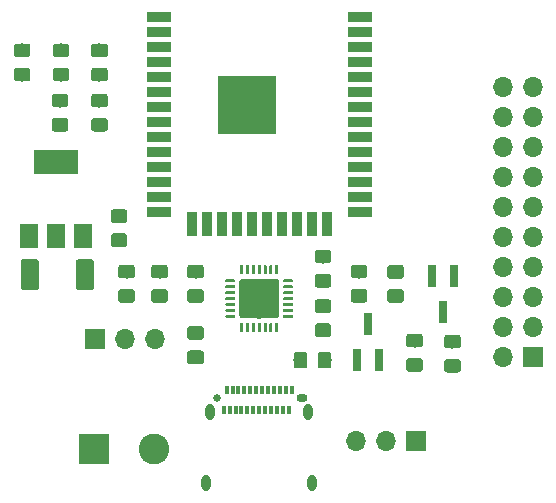
<source format=gbr>
G04 #@! TF.GenerationSoftware,KiCad,Pcbnew,5.1.4-e60b266~84~ubuntu19.04.1*
G04 #@! TF.CreationDate,2020-02-27T18:00:07+11:00*
G04 #@! TF.ProjectId,esp32_saab_devboard,65737033-325f-4736-9161-625f64657662,rev?*
G04 #@! TF.SameCoordinates,Original*
G04 #@! TF.FileFunction,Soldermask,Top*
G04 #@! TF.FilePolarity,Negative*
%FSLAX46Y46*%
G04 Gerber Fmt 4.6, Leading zero omitted, Abs format (unit mm)*
G04 Created by KiCad (PCBNEW 5.1.4-e60b266~84~ubuntu19.04.1) date 2020-02-27 18:00:07*
%MOMM*%
%LPD*%
G04 APERTURE LIST*
%ADD10C,0.100000*%
%ADD11C,1.525000*%
%ADD12C,1.150000*%
%ADD13O,0.800000X1.400000*%
%ADD14R,0.300000X0.700000*%
%ADD15O,0.950000X0.650000*%
%ADD16C,0.650000*%
%ADD17R,5.000000X5.000000*%
%ADD18R,2.000000X0.900000*%
%ADD19R,0.900000X2.000000*%
%ADD20C,3.350000*%
%ADD21C,0.250000*%
%ADD22R,3.800000X2.000000*%
%ADD23R,1.500000X2.000000*%
%ADD24R,0.800000X1.900000*%
%ADD25R,1.700000X1.700000*%
%ADD26O,1.700000X1.700000*%
%ADD27R,2.600000X2.600000*%
%ADD28C,2.600000*%
G04 APERTURE END LIST*
D10*
G36*
X176115505Y-100152204D02*
G01*
X176139773Y-100155804D01*
X176163572Y-100161765D01*
X176186671Y-100170030D01*
X176208850Y-100180520D01*
X176229893Y-100193132D01*
X176249599Y-100207747D01*
X176267777Y-100224223D01*
X176284253Y-100242401D01*
X176298868Y-100262107D01*
X176311480Y-100283150D01*
X176321970Y-100305329D01*
X176330235Y-100328428D01*
X176336196Y-100352227D01*
X176339796Y-100376495D01*
X176341000Y-100400999D01*
X176341000Y-102551001D01*
X176339796Y-102575505D01*
X176336196Y-102599773D01*
X176330235Y-102623572D01*
X176321970Y-102646671D01*
X176311480Y-102668850D01*
X176298868Y-102689893D01*
X176284253Y-102709599D01*
X176267777Y-102727777D01*
X176249599Y-102744253D01*
X176229893Y-102758868D01*
X176208850Y-102771480D01*
X176186671Y-102781970D01*
X176163572Y-102790235D01*
X176139773Y-102796196D01*
X176115505Y-102799796D01*
X176091001Y-102801000D01*
X175065999Y-102801000D01*
X175041495Y-102799796D01*
X175017227Y-102796196D01*
X174993428Y-102790235D01*
X174970329Y-102781970D01*
X174948150Y-102771480D01*
X174927107Y-102758868D01*
X174907401Y-102744253D01*
X174889223Y-102727777D01*
X174872747Y-102709599D01*
X174858132Y-102689893D01*
X174845520Y-102668850D01*
X174835030Y-102646671D01*
X174826765Y-102623572D01*
X174820804Y-102599773D01*
X174817204Y-102575505D01*
X174816000Y-102551001D01*
X174816000Y-100400999D01*
X174817204Y-100376495D01*
X174820804Y-100352227D01*
X174826765Y-100328428D01*
X174835030Y-100305329D01*
X174845520Y-100283150D01*
X174858132Y-100262107D01*
X174872747Y-100242401D01*
X174889223Y-100224223D01*
X174907401Y-100207747D01*
X174927107Y-100193132D01*
X174948150Y-100180520D01*
X174970329Y-100170030D01*
X174993428Y-100161765D01*
X175017227Y-100155804D01*
X175041495Y-100152204D01*
X175065999Y-100151000D01*
X176091001Y-100151000D01*
X176115505Y-100152204D01*
X176115505Y-100152204D01*
G37*
D11*
X175578500Y-101476000D03*
D10*
G36*
X180790505Y-100152204D02*
G01*
X180814773Y-100155804D01*
X180838572Y-100161765D01*
X180861671Y-100170030D01*
X180883850Y-100180520D01*
X180904893Y-100193132D01*
X180924599Y-100207747D01*
X180942777Y-100224223D01*
X180959253Y-100242401D01*
X180973868Y-100262107D01*
X180986480Y-100283150D01*
X180996970Y-100305329D01*
X181005235Y-100328428D01*
X181011196Y-100352227D01*
X181014796Y-100376495D01*
X181016000Y-100400999D01*
X181016000Y-102551001D01*
X181014796Y-102575505D01*
X181011196Y-102599773D01*
X181005235Y-102623572D01*
X180996970Y-102646671D01*
X180986480Y-102668850D01*
X180973868Y-102689893D01*
X180959253Y-102709599D01*
X180942777Y-102727777D01*
X180924599Y-102744253D01*
X180904893Y-102758868D01*
X180883850Y-102771480D01*
X180861671Y-102781970D01*
X180838572Y-102790235D01*
X180814773Y-102796196D01*
X180790505Y-102799796D01*
X180766001Y-102801000D01*
X179740999Y-102801000D01*
X179716495Y-102799796D01*
X179692227Y-102796196D01*
X179668428Y-102790235D01*
X179645329Y-102781970D01*
X179623150Y-102771480D01*
X179602107Y-102758868D01*
X179582401Y-102744253D01*
X179564223Y-102727777D01*
X179547747Y-102709599D01*
X179533132Y-102689893D01*
X179520520Y-102668850D01*
X179510030Y-102646671D01*
X179501765Y-102623572D01*
X179495804Y-102599773D01*
X179492204Y-102575505D01*
X179491000Y-102551001D01*
X179491000Y-100400999D01*
X179492204Y-100376495D01*
X179495804Y-100352227D01*
X179501765Y-100328428D01*
X179510030Y-100305329D01*
X179520520Y-100283150D01*
X179533132Y-100262107D01*
X179547747Y-100242401D01*
X179564223Y-100224223D01*
X179582401Y-100207747D01*
X179602107Y-100193132D01*
X179623150Y-100180520D01*
X179645329Y-100170030D01*
X179668428Y-100161765D01*
X179692227Y-100155804D01*
X179716495Y-100152204D01*
X179740999Y-100151000D01*
X180766001Y-100151000D01*
X180790505Y-100152204D01*
X180790505Y-100152204D01*
G37*
D11*
X180253500Y-101476000D03*
D10*
G36*
X200891505Y-108013204D02*
G01*
X200915773Y-108016804D01*
X200939572Y-108022765D01*
X200962671Y-108031030D01*
X200984850Y-108041520D01*
X201005893Y-108054132D01*
X201025599Y-108068747D01*
X201043777Y-108085223D01*
X201060253Y-108103401D01*
X201074868Y-108123107D01*
X201087480Y-108144150D01*
X201097970Y-108166329D01*
X201106235Y-108189428D01*
X201112196Y-108213227D01*
X201115796Y-108237495D01*
X201117000Y-108261999D01*
X201117000Y-109162001D01*
X201115796Y-109186505D01*
X201112196Y-109210773D01*
X201106235Y-109234572D01*
X201097970Y-109257671D01*
X201087480Y-109279850D01*
X201074868Y-109300893D01*
X201060253Y-109320599D01*
X201043777Y-109338777D01*
X201025599Y-109355253D01*
X201005893Y-109369868D01*
X200984850Y-109382480D01*
X200962671Y-109392970D01*
X200939572Y-109401235D01*
X200915773Y-109407196D01*
X200891505Y-109410796D01*
X200867001Y-109412000D01*
X200216999Y-109412000D01*
X200192495Y-109410796D01*
X200168227Y-109407196D01*
X200144428Y-109401235D01*
X200121329Y-109392970D01*
X200099150Y-109382480D01*
X200078107Y-109369868D01*
X200058401Y-109355253D01*
X200040223Y-109338777D01*
X200023747Y-109320599D01*
X200009132Y-109300893D01*
X199996520Y-109279850D01*
X199986030Y-109257671D01*
X199977765Y-109234572D01*
X199971804Y-109210773D01*
X199968204Y-109186505D01*
X199967000Y-109162001D01*
X199967000Y-108261999D01*
X199968204Y-108237495D01*
X199971804Y-108213227D01*
X199977765Y-108189428D01*
X199986030Y-108166329D01*
X199996520Y-108144150D01*
X200009132Y-108123107D01*
X200023747Y-108103401D01*
X200040223Y-108085223D01*
X200058401Y-108068747D01*
X200078107Y-108054132D01*
X200099150Y-108041520D01*
X200121329Y-108031030D01*
X200144428Y-108022765D01*
X200168227Y-108016804D01*
X200192495Y-108013204D01*
X200216999Y-108012000D01*
X200867001Y-108012000D01*
X200891505Y-108013204D01*
X200891505Y-108013204D01*
G37*
D12*
X200542000Y-108712000D03*
D10*
G36*
X198841505Y-108013204D02*
G01*
X198865773Y-108016804D01*
X198889572Y-108022765D01*
X198912671Y-108031030D01*
X198934850Y-108041520D01*
X198955893Y-108054132D01*
X198975599Y-108068747D01*
X198993777Y-108085223D01*
X199010253Y-108103401D01*
X199024868Y-108123107D01*
X199037480Y-108144150D01*
X199047970Y-108166329D01*
X199056235Y-108189428D01*
X199062196Y-108213227D01*
X199065796Y-108237495D01*
X199067000Y-108261999D01*
X199067000Y-109162001D01*
X199065796Y-109186505D01*
X199062196Y-109210773D01*
X199056235Y-109234572D01*
X199047970Y-109257671D01*
X199037480Y-109279850D01*
X199024868Y-109300893D01*
X199010253Y-109320599D01*
X198993777Y-109338777D01*
X198975599Y-109355253D01*
X198955893Y-109369868D01*
X198934850Y-109382480D01*
X198912671Y-109392970D01*
X198889572Y-109401235D01*
X198865773Y-109407196D01*
X198841505Y-109410796D01*
X198817001Y-109412000D01*
X198166999Y-109412000D01*
X198142495Y-109410796D01*
X198118227Y-109407196D01*
X198094428Y-109401235D01*
X198071329Y-109392970D01*
X198049150Y-109382480D01*
X198028107Y-109369868D01*
X198008401Y-109355253D01*
X197990223Y-109338777D01*
X197973747Y-109320599D01*
X197959132Y-109300893D01*
X197946520Y-109279850D01*
X197936030Y-109257671D01*
X197927765Y-109234572D01*
X197921804Y-109210773D01*
X197918204Y-109186505D01*
X197917000Y-109162001D01*
X197917000Y-108261999D01*
X197918204Y-108237495D01*
X197921804Y-108213227D01*
X197927765Y-108189428D01*
X197936030Y-108166329D01*
X197946520Y-108144150D01*
X197959132Y-108123107D01*
X197973747Y-108103401D01*
X197990223Y-108085223D01*
X198008401Y-108068747D01*
X198028107Y-108054132D01*
X198049150Y-108041520D01*
X198071329Y-108031030D01*
X198094428Y-108022765D01*
X198118227Y-108016804D01*
X198142495Y-108013204D01*
X198166999Y-108012000D01*
X198817001Y-108012000D01*
X198841505Y-108013204D01*
X198841505Y-108013204D01*
G37*
D12*
X198492000Y-108712000D03*
D13*
X190870000Y-113140000D03*
D14*
X192250000Y-111230000D03*
X192750000Y-111230000D03*
X193250000Y-111230000D03*
X193750000Y-111230000D03*
X194250000Y-111230000D03*
X194750000Y-111230000D03*
X195250000Y-111230000D03*
X197750000Y-111230000D03*
X196750000Y-111230000D03*
X196250000Y-111230000D03*
X195750000Y-111230000D03*
X197250000Y-111230000D03*
X197500000Y-112930000D03*
D13*
X199130000Y-113140000D03*
X199490000Y-119090000D03*
X190510000Y-119090000D03*
D15*
X198600000Y-111890000D03*
D16*
X191400000Y-111890000D03*
D14*
X197000000Y-112930000D03*
X196500000Y-112930000D03*
X196000000Y-112930000D03*
X195500000Y-112930000D03*
X195000000Y-112930000D03*
X194500000Y-112930000D03*
X194000000Y-112930000D03*
X193500000Y-112930000D03*
X193000000Y-112930000D03*
X192500000Y-112930000D03*
X192000000Y-112930000D03*
D10*
G36*
X183608505Y-95937204D02*
G01*
X183632773Y-95940804D01*
X183656572Y-95946765D01*
X183679671Y-95955030D01*
X183701850Y-95965520D01*
X183722893Y-95978132D01*
X183742599Y-95992747D01*
X183760777Y-96009223D01*
X183777253Y-96027401D01*
X183791868Y-96047107D01*
X183804480Y-96068150D01*
X183814970Y-96090329D01*
X183823235Y-96113428D01*
X183829196Y-96137227D01*
X183832796Y-96161495D01*
X183834000Y-96185999D01*
X183834000Y-96836001D01*
X183832796Y-96860505D01*
X183829196Y-96884773D01*
X183823235Y-96908572D01*
X183814970Y-96931671D01*
X183804480Y-96953850D01*
X183791868Y-96974893D01*
X183777253Y-96994599D01*
X183760777Y-97012777D01*
X183742599Y-97029253D01*
X183722893Y-97043868D01*
X183701850Y-97056480D01*
X183679671Y-97066970D01*
X183656572Y-97075235D01*
X183632773Y-97081196D01*
X183608505Y-97084796D01*
X183584001Y-97086000D01*
X182683999Y-97086000D01*
X182659495Y-97084796D01*
X182635227Y-97081196D01*
X182611428Y-97075235D01*
X182588329Y-97066970D01*
X182566150Y-97056480D01*
X182545107Y-97043868D01*
X182525401Y-97029253D01*
X182507223Y-97012777D01*
X182490747Y-96994599D01*
X182476132Y-96974893D01*
X182463520Y-96953850D01*
X182453030Y-96931671D01*
X182444765Y-96908572D01*
X182438804Y-96884773D01*
X182435204Y-96860505D01*
X182434000Y-96836001D01*
X182434000Y-96185999D01*
X182435204Y-96161495D01*
X182438804Y-96137227D01*
X182444765Y-96113428D01*
X182453030Y-96090329D01*
X182463520Y-96068150D01*
X182476132Y-96047107D01*
X182490747Y-96027401D01*
X182507223Y-96009223D01*
X182525401Y-95992747D01*
X182545107Y-95978132D01*
X182566150Y-95965520D01*
X182588329Y-95955030D01*
X182611428Y-95946765D01*
X182635227Y-95940804D01*
X182659495Y-95937204D01*
X182683999Y-95936000D01*
X183584001Y-95936000D01*
X183608505Y-95937204D01*
X183608505Y-95937204D01*
G37*
D12*
X183134000Y-96511000D03*
D10*
G36*
X183608505Y-97987204D02*
G01*
X183632773Y-97990804D01*
X183656572Y-97996765D01*
X183679671Y-98005030D01*
X183701850Y-98015520D01*
X183722893Y-98028132D01*
X183742599Y-98042747D01*
X183760777Y-98059223D01*
X183777253Y-98077401D01*
X183791868Y-98097107D01*
X183804480Y-98118150D01*
X183814970Y-98140329D01*
X183823235Y-98163428D01*
X183829196Y-98187227D01*
X183832796Y-98211495D01*
X183834000Y-98235999D01*
X183834000Y-98886001D01*
X183832796Y-98910505D01*
X183829196Y-98934773D01*
X183823235Y-98958572D01*
X183814970Y-98981671D01*
X183804480Y-99003850D01*
X183791868Y-99024893D01*
X183777253Y-99044599D01*
X183760777Y-99062777D01*
X183742599Y-99079253D01*
X183722893Y-99093868D01*
X183701850Y-99106480D01*
X183679671Y-99116970D01*
X183656572Y-99125235D01*
X183632773Y-99131196D01*
X183608505Y-99134796D01*
X183584001Y-99136000D01*
X182683999Y-99136000D01*
X182659495Y-99134796D01*
X182635227Y-99131196D01*
X182611428Y-99125235D01*
X182588329Y-99116970D01*
X182566150Y-99106480D01*
X182545107Y-99093868D01*
X182525401Y-99079253D01*
X182507223Y-99062777D01*
X182490747Y-99044599D01*
X182476132Y-99024893D01*
X182463520Y-99003850D01*
X182453030Y-98981671D01*
X182444765Y-98958572D01*
X182438804Y-98934773D01*
X182435204Y-98910505D01*
X182434000Y-98886001D01*
X182434000Y-98235999D01*
X182435204Y-98211495D01*
X182438804Y-98187227D01*
X182444765Y-98163428D01*
X182453030Y-98140329D01*
X182463520Y-98118150D01*
X182476132Y-98097107D01*
X182490747Y-98077401D01*
X182507223Y-98059223D01*
X182525401Y-98042747D01*
X182545107Y-98028132D01*
X182566150Y-98015520D01*
X182588329Y-98005030D01*
X182611428Y-97996765D01*
X182635227Y-97990804D01*
X182659495Y-97987204D01*
X182683999Y-97986000D01*
X183584001Y-97986000D01*
X183608505Y-97987204D01*
X183608505Y-97987204D01*
G37*
D12*
X183134000Y-98561000D03*
D17*
X194000000Y-87145000D03*
D18*
X186500000Y-79645000D03*
X186500000Y-80915000D03*
X186500000Y-82185000D03*
X186500000Y-83455000D03*
X186500000Y-84725000D03*
X186500000Y-85995000D03*
X186500000Y-87265000D03*
X186500000Y-88535000D03*
X186500000Y-89805000D03*
X186500000Y-91075000D03*
X186500000Y-92345000D03*
X186500000Y-93615000D03*
X186500000Y-94885000D03*
X186500000Y-96155000D03*
D19*
X189285000Y-97155000D03*
X190555000Y-97155000D03*
X191825000Y-97155000D03*
X193095000Y-97155000D03*
X194365000Y-97155000D03*
X195635000Y-97155000D03*
X196905000Y-97155000D03*
X198175000Y-97155000D03*
X199445000Y-97155000D03*
X200715000Y-97155000D03*
D18*
X203500000Y-96155000D03*
X203500000Y-94885000D03*
X203500000Y-93615000D03*
X203500000Y-92345000D03*
X203500000Y-91075000D03*
X203500000Y-89805000D03*
X203500000Y-88535000D03*
X203500000Y-87265000D03*
X203500000Y-85995000D03*
X203500000Y-84725000D03*
X203500000Y-83455000D03*
X203500000Y-82185000D03*
X203500000Y-80915000D03*
X203500000Y-79645000D03*
D10*
G36*
X196449504Y-101831204D02*
G01*
X196473773Y-101834804D01*
X196497571Y-101840765D01*
X196520671Y-101849030D01*
X196542849Y-101859520D01*
X196563893Y-101872133D01*
X196583598Y-101886747D01*
X196601777Y-101903223D01*
X196618253Y-101921402D01*
X196632867Y-101941107D01*
X196645480Y-101962151D01*
X196655970Y-101984329D01*
X196664235Y-102007429D01*
X196670196Y-102031227D01*
X196673796Y-102055496D01*
X196675000Y-102080000D01*
X196675000Y-104930000D01*
X196673796Y-104954504D01*
X196670196Y-104978773D01*
X196664235Y-105002571D01*
X196655970Y-105025671D01*
X196645480Y-105047849D01*
X196632867Y-105068893D01*
X196618253Y-105088598D01*
X196601777Y-105106777D01*
X196583598Y-105123253D01*
X196563893Y-105137867D01*
X196542849Y-105150480D01*
X196520671Y-105160970D01*
X196497571Y-105169235D01*
X196473773Y-105175196D01*
X196449504Y-105178796D01*
X196425000Y-105180000D01*
X193575000Y-105180000D01*
X193550496Y-105178796D01*
X193526227Y-105175196D01*
X193502429Y-105169235D01*
X193479329Y-105160970D01*
X193457151Y-105150480D01*
X193436107Y-105137867D01*
X193416402Y-105123253D01*
X193398223Y-105106777D01*
X193381747Y-105088598D01*
X193367133Y-105068893D01*
X193354520Y-105047849D01*
X193344030Y-105025671D01*
X193335765Y-105002571D01*
X193329804Y-104978773D01*
X193326204Y-104954504D01*
X193325000Y-104930000D01*
X193325000Y-102080000D01*
X193326204Y-102055496D01*
X193329804Y-102031227D01*
X193335765Y-102007429D01*
X193344030Y-101984329D01*
X193354520Y-101962151D01*
X193367133Y-101941107D01*
X193381747Y-101921402D01*
X193398223Y-101903223D01*
X193416402Y-101886747D01*
X193436107Y-101872133D01*
X193457151Y-101859520D01*
X193479329Y-101849030D01*
X193502429Y-101840765D01*
X193526227Y-101834804D01*
X193550496Y-101831204D01*
X193575000Y-101830000D01*
X196425000Y-101830000D01*
X196449504Y-101831204D01*
X196449504Y-101831204D01*
G37*
D20*
X195000000Y-103505000D03*
D10*
G36*
X192893626Y-101880301D02*
G01*
X192899693Y-101881201D01*
X192905643Y-101882691D01*
X192911418Y-101884758D01*
X192916962Y-101887380D01*
X192922223Y-101890533D01*
X192927150Y-101894187D01*
X192931694Y-101898306D01*
X192935813Y-101902850D01*
X192939467Y-101907777D01*
X192942620Y-101913038D01*
X192945242Y-101918582D01*
X192947309Y-101924357D01*
X192948799Y-101930307D01*
X192949699Y-101936374D01*
X192950000Y-101942500D01*
X192950000Y-102067500D01*
X192949699Y-102073626D01*
X192948799Y-102079693D01*
X192947309Y-102085643D01*
X192945242Y-102091418D01*
X192942620Y-102096962D01*
X192939467Y-102102223D01*
X192935813Y-102107150D01*
X192931694Y-102111694D01*
X192927150Y-102115813D01*
X192922223Y-102119467D01*
X192916962Y-102122620D01*
X192911418Y-102125242D01*
X192905643Y-102127309D01*
X192899693Y-102128799D01*
X192893626Y-102129699D01*
X192887500Y-102130000D01*
X192212500Y-102130000D01*
X192206374Y-102129699D01*
X192200307Y-102128799D01*
X192194357Y-102127309D01*
X192188582Y-102125242D01*
X192183038Y-102122620D01*
X192177777Y-102119467D01*
X192172850Y-102115813D01*
X192168306Y-102111694D01*
X192164187Y-102107150D01*
X192160533Y-102102223D01*
X192157380Y-102096962D01*
X192154758Y-102091418D01*
X192152691Y-102085643D01*
X192151201Y-102079693D01*
X192150301Y-102073626D01*
X192150000Y-102067500D01*
X192150000Y-101942500D01*
X192150301Y-101936374D01*
X192151201Y-101930307D01*
X192152691Y-101924357D01*
X192154758Y-101918582D01*
X192157380Y-101913038D01*
X192160533Y-101907777D01*
X192164187Y-101902850D01*
X192168306Y-101898306D01*
X192172850Y-101894187D01*
X192177777Y-101890533D01*
X192183038Y-101887380D01*
X192188582Y-101884758D01*
X192194357Y-101882691D01*
X192200307Y-101881201D01*
X192206374Y-101880301D01*
X192212500Y-101880000D01*
X192887500Y-101880000D01*
X192893626Y-101880301D01*
X192893626Y-101880301D01*
G37*
D21*
X192550000Y-102005000D03*
D10*
G36*
X192893626Y-102380301D02*
G01*
X192899693Y-102381201D01*
X192905643Y-102382691D01*
X192911418Y-102384758D01*
X192916962Y-102387380D01*
X192922223Y-102390533D01*
X192927150Y-102394187D01*
X192931694Y-102398306D01*
X192935813Y-102402850D01*
X192939467Y-102407777D01*
X192942620Y-102413038D01*
X192945242Y-102418582D01*
X192947309Y-102424357D01*
X192948799Y-102430307D01*
X192949699Y-102436374D01*
X192950000Y-102442500D01*
X192950000Y-102567500D01*
X192949699Y-102573626D01*
X192948799Y-102579693D01*
X192947309Y-102585643D01*
X192945242Y-102591418D01*
X192942620Y-102596962D01*
X192939467Y-102602223D01*
X192935813Y-102607150D01*
X192931694Y-102611694D01*
X192927150Y-102615813D01*
X192922223Y-102619467D01*
X192916962Y-102622620D01*
X192911418Y-102625242D01*
X192905643Y-102627309D01*
X192899693Y-102628799D01*
X192893626Y-102629699D01*
X192887500Y-102630000D01*
X192212500Y-102630000D01*
X192206374Y-102629699D01*
X192200307Y-102628799D01*
X192194357Y-102627309D01*
X192188582Y-102625242D01*
X192183038Y-102622620D01*
X192177777Y-102619467D01*
X192172850Y-102615813D01*
X192168306Y-102611694D01*
X192164187Y-102607150D01*
X192160533Y-102602223D01*
X192157380Y-102596962D01*
X192154758Y-102591418D01*
X192152691Y-102585643D01*
X192151201Y-102579693D01*
X192150301Y-102573626D01*
X192150000Y-102567500D01*
X192150000Y-102442500D01*
X192150301Y-102436374D01*
X192151201Y-102430307D01*
X192152691Y-102424357D01*
X192154758Y-102418582D01*
X192157380Y-102413038D01*
X192160533Y-102407777D01*
X192164187Y-102402850D01*
X192168306Y-102398306D01*
X192172850Y-102394187D01*
X192177777Y-102390533D01*
X192183038Y-102387380D01*
X192188582Y-102384758D01*
X192194357Y-102382691D01*
X192200307Y-102381201D01*
X192206374Y-102380301D01*
X192212500Y-102380000D01*
X192887500Y-102380000D01*
X192893626Y-102380301D01*
X192893626Y-102380301D01*
G37*
D21*
X192550000Y-102505000D03*
D10*
G36*
X192893626Y-102880301D02*
G01*
X192899693Y-102881201D01*
X192905643Y-102882691D01*
X192911418Y-102884758D01*
X192916962Y-102887380D01*
X192922223Y-102890533D01*
X192927150Y-102894187D01*
X192931694Y-102898306D01*
X192935813Y-102902850D01*
X192939467Y-102907777D01*
X192942620Y-102913038D01*
X192945242Y-102918582D01*
X192947309Y-102924357D01*
X192948799Y-102930307D01*
X192949699Y-102936374D01*
X192950000Y-102942500D01*
X192950000Y-103067500D01*
X192949699Y-103073626D01*
X192948799Y-103079693D01*
X192947309Y-103085643D01*
X192945242Y-103091418D01*
X192942620Y-103096962D01*
X192939467Y-103102223D01*
X192935813Y-103107150D01*
X192931694Y-103111694D01*
X192927150Y-103115813D01*
X192922223Y-103119467D01*
X192916962Y-103122620D01*
X192911418Y-103125242D01*
X192905643Y-103127309D01*
X192899693Y-103128799D01*
X192893626Y-103129699D01*
X192887500Y-103130000D01*
X192212500Y-103130000D01*
X192206374Y-103129699D01*
X192200307Y-103128799D01*
X192194357Y-103127309D01*
X192188582Y-103125242D01*
X192183038Y-103122620D01*
X192177777Y-103119467D01*
X192172850Y-103115813D01*
X192168306Y-103111694D01*
X192164187Y-103107150D01*
X192160533Y-103102223D01*
X192157380Y-103096962D01*
X192154758Y-103091418D01*
X192152691Y-103085643D01*
X192151201Y-103079693D01*
X192150301Y-103073626D01*
X192150000Y-103067500D01*
X192150000Y-102942500D01*
X192150301Y-102936374D01*
X192151201Y-102930307D01*
X192152691Y-102924357D01*
X192154758Y-102918582D01*
X192157380Y-102913038D01*
X192160533Y-102907777D01*
X192164187Y-102902850D01*
X192168306Y-102898306D01*
X192172850Y-102894187D01*
X192177777Y-102890533D01*
X192183038Y-102887380D01*
X192188582Y-102884758D01*
X192194357Y-102882691D01*
X192200307Y-102881201D01*
X192206374Y-102880301D01*
X192212500Y-102880000D01*
X192887500Y-102880000D01*
X192893626Y-102880301D01*
X192893626Y-102880301D01*
G37*
D21*
X192550000Y-103005000D03*
D10*
G36*
X192893626Y-103380301D02*
G01*
X192899693Y-103381201D01*
X192905643Y-103382691D01*
X192911418Y-103384758D01*
X192916962Y-103387380D01*
X192922223Y-103390533D01*
X192927150Y-103394187D01*
X192931694Y-103398306D01*
X192935813Y-103402850D01*
X192939467Y-103407777D01*
X192942620Y-103413038D01*
X192945242Y-103418582D01*
X192947309Y-103424357D01*
X192948799Y-103430307D01*
X192949699Y-103436374D01*
X192950000Y-103442500D01*
X192950000Y-103567500D01*
X192949699Y-103573626D01*
X192948799Y-103579693D01*
X192947309Y-103585643D01*
X192945242Y-103591418D01*
X192942620Y-103596962D01*
X192939467Y-103602223D01*
X192935813Y-103607150D01*
X192931694Y-103611694D01*
X192927150Y-103615813D01*
X192922223Y-103619467D01*
X192916962Y-103622620D01*
X192911418Y-103625242D01*
X192905643Y-103627309D01*
X192899693Y-103628799D01*
X192893626Y-103629699D01*
X192887500Y-103630000D01*
X192212500Y-103630000D01*
X192206374Y-103629699D01*
X192200307Y-103628799D01*
X192194357Y-103627309D01*
X192188582Y-103625242D01*
X192183038Y-103622620D01*
X192177777Y-103619467D01*
X192172850Y-103615813D01*
X192168306Y-103611694D01*
X192164187Y-103607150D01*
X192160533Y-103602223D01*
X192157380Y-103596962D01*
X192154758Y-103591418D01*
X192152691Y-103585643D01*
X192151201Y-103579693D01*
X192150301Y-103573626D01*
X192150000Y-103567500D01*
X192150000Y-103442500D01*
X192150301Y-103436374D01*
X192151201Y-103430307D01*
X192152691Y-103424357D01*
X192154758Y-103418582D01*
X192157380Y-103413038D01*
X192160533Y-103407777D01*
X192164187Y-103402850D01*
X192168306Y-103398306D01*
X192172850Y-103394187D01*
X192177777Y-103390533D01*
X192183038Y-103387380D01*
X192188582Y-103384758D01*
X192194357Y-103382691D01*
X192200307Y-103381201D01*
X192206374Y-103380301D01*
X192212500Y-103380000D01*
X192887500Y-103380000D01*
X192893626Y-103380301D01*
X192893626Y-103380301D01*
G37*
D21*
X192550000Y-103505000D03*
D10*
G36*
X192893626Y-103880301D02*
G01*
X192899693Y-103881201D01*
X192905643Y-103882691D01*
X192911418Y-103884758D01*
X192916962Y-103887380D01*
X192922223Y-103890533D01*
X192927150Y-103894187D01*
X192931694Y-103898306D01*
X192935813Y-103902850D01*
X192939467Y-103907777D01*
X192942620Y-103913038D01*
X192945242Y-103918582D01*
X192947309Y-103924357D01*
X192948799Y-103930307D01*
X192949699Y-103936374D01*
X192950000Y-103942500D01*
X192950000Y-104067500D01*
X192949699Y-104073626D01*
X192948799Y-104079693D01*
X192947309Y-104085643D01*
X192945242Y-104091418D01*
X192942620Y-104096962D01*
X192939467Y-104102223D01*
X192935813Y-104107150D01*
X192931694Y-104111694D01*
X192927150Y-104115813D01*
X192922223Y-104119467D01*
X192916962Y-104122620D01*
X192911418Y-104125242D01*
X192905643Y-104127309D01*
X192899693Y-104128799D01*
X192893626Y-104129699D01*
X192887500Y-104130000D01*
X192212500Y-104130000D01*
X192206374Y-104129699D01*
X192200307Y-104128799D01*
X192194357Y-104127309D01*
X192188582Y-104125242D01*
X192183038Y-104122620D01*
X192177777Y-104119467D01*
X192172850Y-104115813D01*
X192168306Y-104111694D01*
X192164187Y-104107150D01*
X192160533Y-104102223D01*
X192157380Y-104096962D01*
X192154758Y-104091418D01*
X192152691Y-104085643D01*
X192151201Y-104079693D01*
X192150301Y-104073626D01*
X192150000Y-104067500D01*
X192150000Y-103942500D01*
X192150301Y-103936374D01*
X192151201Y-103930307D01*
X192152691Y-103924357D01*
X192154758Y-103918582D01*
X192157380Y-103913038D01*
X192160533Y-103907777D01*
X192164187Y-103902850D01*
X192168306Y-103898306D01*
X192172850Y-103894187D01*
X192177777Y-103890533D01*
X192183038Y-103887380D01*
X192188582Y-103884758D01*
X192194357Y-103882691D01*
X192200307Y-103881201D01*
X192206374Y-103880301D01*
X192212500Y-103880000D01*
X192887500Y-103880000D01*
X192893626Y-103880301D01*
X192893626Y-103880301D01*
G37*
D21*
X192550000Y-104005000D03*
D10*
G36*
X192893626Y-104380301D02*
G01*
X192899693Y-104381201D01*
X192905643Y-104382691D01*
X192911418Y-104384758D01*
X192916962Y-104387380D01*
X192922223Y-104390533D01*
X192927150Y-104394187D01*
X192931694Y-104398306D01*
X192935813Y-104402850D01*
X192939467Y-104407777D01*
X192942620Y-104413038D01*
X192945242Y-104418582D01*
X192947309Y-104424357D01*
X192948799Y-104430307D01*
X192949699Y-104436374D01*
X192950000Y-104442500D01*
X192950000Y-104567500D01*
X192949699Y-104573626D01*
X192948799Y-104579693D01*
X192947309Y-104585643D01*
X192945242Y-104591418D01*
X192942620Y-104596962D01*
X192939467Y-104602223D01*
X192935813Y-104607150D01*
X192931694Y-104611694D01*
X192927150Y-104615813D01*
X192922223Y-104619467D01*
X192916962Y-104622620D01*
X192911418Y-104625242D01*
X192905643Y-104627309D01*
X192899693Y-104628799D01*
X192893626Y-104629699D01*
X192887500Y-104630000D01*
X192212500Y-104630000D01*
X192206374Y-104629699D01*
X192200307Y-104628799D01*
X192194357Y-104627309D01*
X192188582Y-104625242D01*
X192183038Y-104622620D01*
X192177777Y-104619467D01*
X192172850Y-104615813D01*
X192168306Y-104611694D01*
X192164187Y-104607150D01*
X192160533Y-104602223D01*
X192157380Y-104596962D01*
X192154758Y-104591418D01*
X192152691Y-104585643D01*
X192151201Y-104579693D01*
X192150301Y-104573626D01*
X192150000Y-104567500D01*
X192150000Y-104442500D01*
X192150301Y-104436374D01*
X192151201Y-104430307D01*
X192152691Y-104424357D01*
X192154758Y-104418582D01*
X192157380Y-104413038D01*
X192160533Y-104407777D01*
X192164187Y-104402850D01*
X192168306Y-104398306D01*
X192172850Y-104394187D01*
X192177777Y-104390533D01*
X192183038Y-104387380D01*
X192188582Y-104384758D01*
X192194357Y-104382691D01*
X192200307Y-104381201D01*
X192206374Y-104380301D01*
X192212500Y-104380000D01*
X192887500Y-104380000D01*
X192893626Y-104380301D01*
X192893626Y-104380301D01*
G37*
D21*
X192550000Y-104505000D03*
D10*
G36*
X192893626Y-104880301D02*
G01*
X192899693Y-104881201D01*
X192905643Y-104882691D01*
X192911418Y-104884758D01*
X192916962Y-104887380D01*
X192922223Y-104890533D01*
X192927150Y-104894187D01*
X192931694Y-104898306D01*
X192935813Y-104902850D01*
X192939467Y-104907777D01*
X192942620Y-104913038D01*
X192945242Y-104918582D01*
X192947309Y-104924357D01*
X192948799Y-104930307D01*
X192949699Y-104936374D01*
X192950000Y-104942500D01*
X192950000Y-105067500D01*
X192949699Y-105073626D01*
X192948799Y-105079693D01*
X192947309Y-105085643D01*
X192945242Y-105091418D01*
X192942620Y-105096962D01*
X192939467Y-105102223D01*
X192935813Y-105107150D01*
X192931694Y-105111694D01*
X192927150Y-105115813D01*
X192922223Y-105119467D01*
X192916962Y-105122620D01*
X192911418Y-105125242D01*
X192905643Y-105127309D01*
X192899693Y-105128799D01*
X192893626Y-105129699D01*
X192887500Y-105130000D01*
X192212500Y-105130000D01*
X192206374Y-105129699D01*
X192200307Y-105128799D01*
X192194357Y-105127309D01*
X192188582Y-105125242D01*
X192183038Y-105122620D01*
X192177777Y-105119467D01*
X192172850Y-105115813D01*
X192168306Y-105111694D01*
X192164187Y-105107150D01*
X192160533Y-105102223D01*
X192157380Y-105096962D01*
X192154758Y-105091418D01*
X192152691Y-105085643D01*
X192151201Y-105079693D01*
X192150301Y-105073626D01*
X192150000Y-105067500D01*
X192150000Y-104942500D01*
X192150301Y-104936374D01*
X192151201Y-104930307D01*
X192152691Y-104924357D01*
X192154758Y-104918582D01*
X192157380Y-104913038D01*
X192160533Y-104907777D01*
X192164187Y-104902850D01*
X192168306Y-104898306D01*
X192172850Y-104894187D01*
X192177777Y-104890533D01*
X192183038Y-104887380D01*
X192188582Y-104884758D01*
X192194357Y-104882691D01*
X192200307Y-104881201D01*
X192206374Y-104880301D01*
X192212500Y-104880000D01*
X192887500Y-104880000D01*
X192893626Y-104880301D01*
X192893626Y-104880301D01*
G37*
D21*
X192550000Y-105005000D03*
D10*
G36*
X193568626Y-105555301D02*
G01*
X193574693Y-105556201D01*
X193580643Y-105557691D01*
X193586418Y-105559758D01*
X193591962Y-105562380D01*
X193597223Y-105565533D01*
X193602150Y-105569187D01*
X193606694Y-105573306D01*
X193610813Y-105577850D01*
X193614467Y-105582777D01*
X193617620Y-105588038D01*
X193620242Y-105593582D01*
X193622309Y-105599357D01*
X193623799Y-105605307D01*
X193624699Y-105611374D01*
X193625000Y-105617500D01*
X193625000Y-106292500D01*
X193624699Y-106298626D01*
X193623799Y-106304693D01*
X193622309Y-106310643D01*
X193620242Y-106316418D01*
X193617620Y-106321962D01*
X193614467Y-106327223D01*
X193610813Y-106332150D01*
X193606694Y-106336694D01*
X193602150Y-106340813D01*
X193597223Y-106344467D01*
X193591962Y-106347620D01*
X193586418Y-106350242D01*
X193580643Y-106352309D01*
X193574693Y-106353799D01*
X193568626Y-106354699D01*
X193562500Y-106355000D01*
X193437500Y-106355000D01*
X193431374Y-106354699D01*
X193425307Y-106353799D01*
X193419357Y-106352309D01*
X193413582Y-106350242D01*
X193408038Y-106347620D01*
X193402777Y-106344467D01*
X193397850Y-106340813D01*
X193393306Y-106336694D01*
X193389187Y-106332150D01*
X193385533Y-106327223D01*
X193382380Y-106321962D01*
X193379758Y-106316418D01*
X193377691Y-106310643D01*
X193376201Y-106304693D01*
X193375301Y-106298626D01*
X193375000Y-106292500D01*
X193375000Y-105617500D01*
X193375301Y-105611374D01*
X193376201Y-105605307D01*
X193377691Y-105599357D01*
X193379758Y-105593582D01*
X193382380Y-105588038D01*
X193385533Y-105582777D01*
X193389187Y-105577850D01*
X193393306Y-105573306D01*
X193397850Y-105569187D01*
X193402777Y-105565533D01*
X193408038Y-105562380D01*
X193413582Y-105559758D01*
X193419357Y-105557691D01*
X193425307Y-105556201D01*
X193431374Y-105555301D01*
X193437500Y-105555000D01*
X193562500Y-105555000D01*
X193568626Y-105555301D01*
X193568626Y-105555301D01*
G37*
D21*
X193500000Y-105955000D03*
D10*
G36*
X194068626Y-105555301D02*
G01*
X194074693Y-105556201D01*
X194080643Y-105557691D01*
X194086418Y-105559758D01*
X194091962Y-105562380D01*
X194097223Y-105565533D01*
X194102150Y-105569187D01*
X194106694Y-105573306D01*
X194110813Y-105577850D01*
X194114467Y-105582777D01*
X194117620Y-105588038D01*
X194120242Y-105593582D01*
X194122309Y-105599357D01*
X194123799Y-105605307D01*
X194124699Y-105611374D01*
X194125000Y-105617500D01*
X194125000Y-106292500D01*
X194124699Y-106298626D01*
X194123799Y-106304693D01*
X194122309Y-106310643D01*
X194120242Y-106316418D01*
X194117620Y-106321962D01*
X194114467Y-106327223D01*
X194110813Y-106332150D01*
X194106694Y-106336694D01*
X194102150Y-106340813D01*
X194097223Y-106344467D01*
X194091962Y-106347620D01*
X194086418Y-106350242D01*
X194080643Y-106352309D01*
X194074693Y-106353799D01*
X194068626Y-106354699D01*
X194062500Y-106355000D01*
X193937500Y-106355000D01*
X193931374Y-106354699D01*
X193925307Y-106353799D01*
X193919357Y-106352309D01*
X193913582Y-106350242D01*
X193908038Y-106347620D01*
X193902777Y-106344467D01*
X193897850Y-106340813D01*
X193893306Y-106336694D01*
X193889187Y-106332150D01*
X193885533Y-106327223D01*
X193882380Y-106321962D01*
X193879758Y-106316418D01*
X193877691Y-106310643D01*
X193876201Y-106304693D01*
X193875301Y-106298626D01*
X193875000Y-106292500D01*
X193875000Y-105617500D01*
X193875301Y-105611374D01*
X193876201Y-105605307D01*
X193877691Y-105599357D01*
X193879758Y-105593582D01*
X193882380Y-105588038D01*
X193885533Y-105582777D01*
X193889187Y-105577850D01*
X193893306Y-105573306D01*
X193897850Y-105569187D01*
X193902777Y-105565533D01*
X193908038Y-105562380D01*
X193913582Y-105559758D01*
X193919357Y-105557691D01*
X193925307Y-105556201D01*
X193931374Y-105555301D01*
X193937500Y-105555000D01*
X194062500Y-105555000D01*
X194068626Y-105555301D01*
X194068626Y-105555301D01*
G37*
D21*
X194000000Y-105955000D03*
D10*
G36*
X194568626Y-105555301D02*
G01*
X194574693Y-105556201D01*
X194580643Y-105557691D01*
X194586418Y-105559758D01*
X194591962Y-105562380D01*
X194597223Y-105565533D01*
X194602150Y-105569187D01*
X194606694Y-105573306D01*
X194610813Y-105577850D01*
X194614467Y-105582777D01*
X194617620Y-105588038D01*
X194620242Y-105593582D01*
X194622309Y-105599357D01*
X194623799Y-105605307D01*
X194624699Y-105611374D01*
X194625000Y-105617500D01*
X194625000Y-106292500D01*
X194624699Y-106298626D01*
X194623799Y-106304693D01*
X194622309Y-106310643D01*
X194620242Y-106316418D01*
X194617620Y-106321962D01*
X194614467Y-106327223D01*
X194610813Y-106332150D01*
X194606694Y-106336694D01*
X194602150Y-106340813D01*
X194597223Y-106344467D01*
X194591962Y-106347620D01*
X194586418Y-106350242D01*
X194580643Y-106352309D01*
X194574693Y-106353799D01*
X194568626Y-106354699D01*
X194562500Y-106355000D01*
X194437500Y-106355000D01*
X194431374Y-106354699D01*
X194425307Y-106353799D01*
X194419357Y-106352309D01*
X194413582Y-106350242D01*
X194408038Y-106347620D01*
X194402777Y-106344467D01*
X194397850Y-106340813D01*
X194393306Y-106336694D01*
X194389187Y-106332150D01*
X194385533Y-106327223D01*
X194382380Y-106321962D01*
X194379758Y-106316418D01*
X194377691Y-106310643D01*
X194376201Y-106304693D01*
X194375301Y-106298626D01*
X194375000Y-106292500D01*
X194375000Y-105617500D01*
X194375301Y-105611374D01*
X194376201Y-105605307D01*
X194377691Y-105599357D01*
X194379758Y-105593582D01*
X194382380Y-105588038D01*
X194385533Y-105582777D01*
X194389187Y-105577850D01*
X194393306Y-105573306D01*
X194397850Y-105569187D01*
X194402777Y-105565533D01*
X194408038Y-105562380D01*
X194413582Y-105559758D01*
X194419357Y-105557691D01*
X194425307Y-105556201D01*
X194431374Y-105555301D01*
X194437500Y-105555000D01*
X194562500Y-105555000D01*
X194568626Y-105555301D01*
X194568626Y-105555301D01*
G37*
D21*
X194500000Y-105955000D03*
D10*
G36*
X195068626Y-105555301D02*
G01*
X195074693Y-105556201D01*
X195080643Y-105557691D01*
X195086418Y-105559758D01*
X195091962Y-105562380D01*
X195097223Y-105565533D01*
X195102150Y-105569187D01*
X195106694Y-105573306D01*
X195110813Y-105577850D01*
X195114467Y-105582777D01*
X195117620Y-105588038D01*
X195120242Y-105593582D01*
X195122309Y-105599357D01*
X195123799Y-105605307D01*
X195124699Y-105611374D01*
X195125000Y-105617500D01*
X195125000Y-106292500D01*
X195124699Y-106298626D01*
X195123799Y-106304693D01*
X195122309Y-106310643D01*
X195120242Y-106316418D01*
X195117620Y-106321962D01*
X195114467Y-106327223D01*
X195110813Y-106332150D01*
X195106694Y-106336694D01*
X195102150Y-106340813D01*
X195097223Y-106344467D01*
X195091962Y-106347620D01*
X195086418Y-106350242D01*
X195080643Y-106352309D01*
X195074693Y-106353799D01*
X195068626Y-106354699D01*
X195062500Y-106355000D01*
X194937500Y-106355000D01*
X194931374Y-106354699D01*
X194925307Y-106353799D01*
X194919357Y-106352309D01*
X194913582Y-106350242D01*
X194908038Y-106347620D01*
X194902777Y-106344467D01*
X194897850Y-106340813D01*
X194893306Y-106336694D01*
X194889187Y-106332150D01*
X194885533Y-106327223D01*
X194882380Y-106321962D01*
X194879758Y-106316418D01*
X194877691Y-106310643D01*
X194876201Y-106304693D01*
X194875301Y-106298626D01*
X194875000Y-106292500D01*
X194875000Y-105617500D01*
X194875301Y-105611374D01*
X194876201Y-105605307D01*
X194877691Y-105599357D01*
X194879758Y-105593582D01*
X194882380Y-105588038D01*
X194885533Y-105582777D01*
X194889187Y-105577850D01*
X194893306Y-105573306D01*
X194897850Y-105569187D01*
X194902777Y-105565533D01*
X194908038Y-105562380D01*
X194913582Y-105559758D01*
X194919357Y-105557691D01*
X194925307Y-105556201D01*
X194931374Y-105555301D01*
X194937500Y-105555000D01*
X195062500Y-105555000D01*
X195068626Y-105555301D01*
X195068626Y-105555301D01*
G37*
D21*
X195000000Y-105955000D03*
D10*
G36*
X195568626Y-105555301D02*
G01*
X195574693Y-105556201D01*
X195580643Y-105557691D01*
X195586418Y-105559758D01*
X195591962Y-105562380D01*
X195597223Y-105565533D01*
X195602150Y-105569187D01*
X195606694Y-105573306D01*
X195610813Y-105577850D01*
X195614467Y-105582777D01*
X195617620Y-105588038D01*
X195620242Y-105593582D01*
X195622309Y-105599357D01*
X195623799Y-105605307D01*
X195624699Y-105611374D01*
X195625000Y-105617500D01*
X195625000Y-106292500D01*
X195624699Y-106298626D01*
X195623799Y-106304693D01*
X195622309Y-106310643D01*
X195620242Y-106316418D01*
X195617620Y-106321962D01*
X195614467Y-106327223D01*
X195610813Y-106332150D01*
X195606694Y-106336694D01*
X195602150Y-106340813D01*
X195597223Y-106344467D01*
X195591962Y-106347620D01*
X195586418Y-106350242D01*
X195580643Y-106352309D01*
X195574693Y-106353799D01*
X195568626Y-106354699D01*
X195562500Y-106355000D01*
X195437500Y-106355000D01*
X195431374Y-106354699D01*
X195425307Y-106353799D01*
X195419357Y-106352309D01*
X195413582Y-106350242D01*
X195408038Y-106347620D01*
X195402777Y-106344467D01*
X195397850Y-106340813D01*
X195393306Y-106336694D01*
X195389187Y-106332150D01*
X195385533Y-106327223D01*
X195382380Y-106321962D01*
X195379758Y-106316418D01*
X195377691Y-106310643D01*
X195376201Y-106304693D01*
X195375301Y-106298626D01*
X195375000Y-106292500D01*
X195375000Y-105617500D01*
X195375301Y-105611374D01*
X195376201Y-105605307D01*
X195377691Y-105599357D01*
X195379758Y-105593582D01*
X195382380Y-105588038D01*
X195385533Y-105582777D01*
X195389187Y-105577850D01*
X195393306Y-105573306D01*
X195397850Y-105569187D01*
X195402777Y-105565533D01*
X195408038Y-105562380D01*
X195413582Y-105559758D01*
X195419357Y-105557691D01*
X195425307Y-105556201D01*
X195431374Y-105555301D01*
X195437500Y-105555000D01*
X195562500Y-105555000D01*
X195568626Y-105555301D01*
X195568626Y-105555301D01*
G37*
D21*
X195500000Y-105955000D03*
D10*
G36*
X196068626Y-105555301D02*
G01*
X196074693Y-105556201D01*
X196080643Y-105557691D01*
X196086418Y-105559758D01*
X196091962Y-105562380D01*
X196097223Y-105565533D01*
X196102150Y-105569187D01*
X196106694Y-105573306D01*
X196110813Y-105577850D01*
X196114467Y-105582777D01*
X196117620Y-105588038D01*
X196120242Y-105593582D01*
X196122309Y-105599357D01*
X196123799Y-105605307D01*
X196124699Y-105611374D01*
X196125000Y-105617500D01*
X196125000Y-106292500D01*
X196124699Y-106298626D01*
X196123799Y-106304693D01*
X196122309Y-106310643D01*
X196120242Y-106316418D01*
X196117620Y-106321962D01*
X196114467Y-106327223D01*
X196110813Y-106332150D01*
X196106694Y-106336694D01*
X196102150Y-106340813D01*
X196097223Y-106344467D01*
X196091962Y-106347620D01*
X196086418Y-106350242D01*
X196080643Y-106352309D01*
X196074693Y-106353799D01*
X196068626Y-106354699D01*
X196062500Y-106355000D01*
X195937500Y-106355000D01*
X195931374Y-106354699D01*
X195925307Y-106353799D01*
X195919357Y-106352309D01*
X195913582Y-106350242D01*
X195908038Y-106347620D01*
X195902777Y-106344467D01*
X195897850Y-106340813D01*
X195893306Y-106336694D01*
X195889187Y-106332150D01*
X195885533Y-106327223D01*
X195882380Y-106321962D01*
X195879758Y-106316418D01*
X195877691Y-106310643D01*
X195876201Y-106304693D01*
X195875301Y-106298626D01*
X195875000Y-106292500D01*
X195875000Y-105617500D01*
X195875301Y-105611374D01*
X195876201Y-105605307D01*
X195877691Y-105599357D01*
X195879758Y-105593582D01*
X195882380Y-105588038D01*
X195885533Y-105582777D01*
X195889187Y-105577850D01*
X195893306Y-105573306D01*
X195897850Y-105569187D01*
X195902777Y-105565533D01*
X195908038Y-105562380D01*
X195913582Y-105559758D01*
X195919357Y-105557691D01*
X195925307Y-105556201D01*
X195931374Y-105555301D01*
X195937500Y-105555000D01*
X196062500Y-105555000D01*
X196068626Y-105555301D01*
X196068626Y-105555301D01*
G37*
D21*
X196000000Y-105955000D03*
D10*
G36*
X196568626Y-105555301D02*
G01*
X196574693Y-105556201D01*
X196580643Y-105557691D01*
X196586418Y-105559758D01*
X196591962Y-105562380D01*
X196597223Y-105565533D01*
X196602150Y-105569187D01*
X196606694Y-105573306D01*
X196610813Y-105577850D01*
X196614467Y-105582777D01*
X196617620Y-105588038D01*
X196620242Y-105593582D01*
X196622309Y-105599357D01*
X196623799Y-105605307D01*
X196624699Y-105611374D01*
X196625000Y-105617500D01*
X196625000Y-106292500D01*
X196624699Y-106298626D01*
X196623799Y-106304693D01*
X196622309Y-106310643D01*
X196620242Y-106316418D01*
X196617620Y-106321962D01*
X196614467Y-106327223D01*
X196610813Y-106332150D01*
X196606694Y-106336694D01*
X196602150Y-106340813D01*
X196597223Y-106344467D01*
X196591962Y-106347620D01*
X196586418Y-106350242D01*
X196580643Y-106352309D01*
X196574693Y-106353799D01*
X196568626Y-106354699D01*
X196562500Y-106355000D01*
X196437500Y-106355000D01*
X196431374Y-106354699D01*
X196425307Y-106353799D01*
X196419357Y-106352309D01*
X196413582Y-106350242D01*
X196408038Y-106347620D01*
X196402777Y-106344467D01*
X196397850Y-106340813D01*
X196393306Y-106336694D01*
X196389187Y-106332150D01*
X196385533Y-106327223D01*
X196382380Y-106321962D01*
X196379758Y-106316418D01*
X196377691Y-106310643D01*
X196376201Y-106304693D01*
X196375301Y-106298626D01*
X196375000Y-106292500D01*
X196375000Y-105617500D01*
X196375301Y-105611374D01*
X196376201Y-105605307D01*
X196377691Y-105599357D01*
X196379758Y-105593582D01*
X196382380Y-105588038D01*
X196385533Y-105582777D01*
X196389187Y-105577850D01*
X196393306Y-105573306D01*
X196397850Y-105569187D01*
X196402777Y-105565533D01*
X196408038Y-105562380D01*
X196413582Y-105559758D01*
X196419357Y-105557691D01*
X196425307Y-105556201D01*
X196431374Y-105555301D01*
X196437500Y-105555000D01*
X196562500Y-105555000D01*
X196568626Y-105555301D01*
X196568626Y-105555301D01*
G37*
D21*
X196500000Y-105955000D03*
D10*
G36*
X197793626Y-104880301D02*
G01*
X197799693Y-104881201D01*
X197805643Y-104882691D01*
X197811418Y-104884758D01*
X197816962Y-104887380D01*
X197822223Y-104890533D01*
X197827150Y-104894187D01*
X197831694Y-104898306D01*
X197835813Y-104902850D01*
X197839467Y-104907777D01*
X197842620Y-104913038D01*
X197845242Y-104918582D01*
X197847309Y-104924357D01*
X197848799Y-104930307D01*
X197849699Y-104936374D01*
X197850000Y-104942500D01*
X197850000Y-105067500D01*
X197849699Y-105073626D01*
X197848799Y-105079693D01*
X197847309Y-105085643D01*
X197845242Y-105091418D01*
X197842620Y-105096962D01*
X197839467Y-105102223D01*
X197835813Y-105107150D01*
X197831694Y-105111694D01*
X197827150Y-105115813D01*
X197822223Y-105119467D01*
X197816962Y-105122620D01*
X197811418Y-105125242D01*
X197805643Y-105127309D01*
X197799693Y-105128799D01*
X197793626Y-105129699D01*
X197787500Y-105130000D01*
X197112500Y-105130000D01*
X197106374Y-105129699D01*
X197100307Y-105128799D01*
X197094357Y-105127309D01*
X197088582Y-105125242D01*
X197083038Y-105122620D01*
X197077777Y-105119467D01*
X197072850Y-105115813D01*
X197068306Y-105111694D01*
X197064187Y-105107150D01*
X197060533Y-105102223D01*
X197057380Y-105096962D01*
X197054758Y-105091418D01*
X197052691Y-105085643D01*
X197051201Y-105079693D01*
X197050301Y-105073626D01*
X197050000Y-105067500D01*
X197050000Y-104942500D01*
X197050301Y-104936374D01*
X197051201Y-104930307D01*
X197052691Y-104924357D01*
X197054758Y-104918582D01*
X197057380Y-104913038D01*
X197060533Y-104907777D01*
X197064187Y-104902850D01*
X197068306Y-104898306D01*
X197072850Y-104894187D01*
X197077777Y-104890533D01*
X197083038Y-104887380D01*
X197088582Y-104884758D01*
X197094357Y-104882691D01*
X197100307Y-104881201D01*
X197106374Y-104880301D01*
X197112500Y-104880000D01*
X197787500Y-104880000D01*
X197793626Y-104880301D01*
X197793626Y-104880301D01*
G37*
D21*
X197450000Y-105005000D03*
D10*
G36*
X197793626Y-104380301D02*
G01*
X197799693Y-104381201D01*
X197805643Y-104382691D01*
X197811418Y-104384758D01*
X197816962Y-104387380D01*
X197822223Y-104390533D01*
X197827150Y-104394187D01*
X197831694Y-104398306D01*
X197835813Y-104402850D01*
X197839467Y-104407777D01*
X197842620Y-104413038D01*
X197845242Y-104418582D01*
X197847309Y-104424357D01*
X197848799Y-104430307D01*
X197849699Y-104436374D01*
X197850000Y-104442500D01*
X197850000Y-104567500D01*
X197849699Y-104573626D01*
X197848799Y-104579693D01*
X197847309Y-104585643D01*
X197845242Y-104591418D01*
X197842620Y-104596962D01*
X197839467Y-104602223D01*
X197835813Y-104607150D01*
X197831694Y-104611694D01*
X197827150Y-104615813D01*
X197822223Y-104619467D01*
X197816962Y-104622620D01*
X197811418Y-104625242D01*
X197805643Y-104627309D01*
X197799693Y-104628799D01*
X197793626Y-104629699D01*
X197787500Y-104630000D01*
X197112500Y-104630000D01*
X197106374Y-104629699D01*
X197100307Y-104628799D01*
X197094357Y-104627309D01*
X197088582Y-104625242D01*
X197083038Y-104622620D01*
X197077777Y-104619467D01*
X197072850Y-104615813D01*
X197068306Y-104611694D01*
X197064187Y-104607150D01*
X197060533Y-104602223D01*
X197057380Y-104596962D01*
X197054758Y-104591418D01*
X197052691Y-104585643D01*
X197051201Y-104579693D01*
X197050301Y-104573626D01*
X197050000Y-104567500D01*
X197050000Y-104442500D01*
X197050301Y-104436374D01*
X197051201Y-104430307D01*
X197052691Y-104424357D01*
X197054758Y-104418582D01*
X197057380Y-104413038D01*
X197060533Y-104407777D01*
X197064187Y-104402850D01*
X197068306Y-104398306D01*
X197072850Y-104394187D01*
X197077777Y-104390533D01*
X197083038Y-104387380D01*
X197088582Y-104384758D01*
X197094357Y-104382691D01*
X197100307Y-104381201D01*
X197106374Y-104380301D01*
X197112500Y-104380000D01*
X197787500Y-104380000D01*
X197793626Y-104380301D01*
X197793626Y-104380301D01*
G37*
D21*
X197450000Y-104505000D03*
D10*
G36*
X197793626Y-103880301D02*
G01*
X197799693Y-103881201D01*
X197805643Y-103882691D01*
X197811418Y-103884758D01*
X197816962Y-103887380D01*
X197822223Y-103890533D01*
X197827150Y-103894187D01*
X197831694Y-103898306D01*
X197835813Y-103902850D01*
X197839467Y-103907777D01*
X197842620Y-103913038D01*
X197845242Y-103918582D01*
X197847309Y-103924357D01*
X197848799Y-103930307D01*
X197849699Y-103936374D01*
X197850000Y-103942500D01*
X197850000Y-104067500D01*
X197849699Y-104073626D01*
X197848799Y-104079693D01*
X197847309Y-104085643D01*
X197845242Y-104091418D01*
X197842620Y-104096962D01*
X197839467Y-104102223D01*
X197835813Y-104107150D01*
X197831694Y-104111694D01*
X197827150Y-104115813D01*
X197822223Y-104119467D01*
X197816962Y-104122620D01*
X197811418Y-104125242D01*
X197805643Y-104127309D01*
X197799693Y-104128799D01*
X197793626Y-104129699D01*
X197787500Y-104130000D01*
X197112500Y-104130000D01*
X197106374Y-104129699D01*
X197100307Y-104128799D01*
X197094357Y-104127309D01*
X197088582Y-104125242D01*
X197083038Y-104122620D01*
X197077777Y-104119467D01*
X197072850Y-104115813D01*
X197068306Y-104111694D01*
X197064187Y-104107150D01*
X197060533Y-104102223D01*
X197057380Y-104096962D01*
X197054758Y-104091418D01*
X197052691Y-104085643D01*
X197051201Y-104079693D01*
X197050301Y-104073626D01*
X197050000Y-104067500D01*
X197050000Y-103942500D01*
X197050301Y-103936374D01*
X197051201Y-103930307D01*
X197052691Y-103924357D01*
X197054758Y-103918582D01*
X197057380Y-103913038D01*
X197060533Y-103907777D01*
X197064187Y-103902850D01*
X197068306Y-103898306D01*
X197072850Y-103894187D01*
X197077777Y-103890533D01*
X197083038Y-103887380D01*
X197088582Y-103884758D01*
X197094357Y-103882691D01*
X197100307Y-103881201D01*
X197106374Y-103880301D01*
X197112500Y-103880000D01*
X197787500Y-103880000D01*
X197793626Y-103880301D01*
X197793626Y-103880301D01*
G37*
D21*
X197450000Y-104005000D03*
D10*
G36*
X197793626Y-103380301D02*
G01*
X197799693Y-103381201D01*
X197805643Y-103382691D01*
X197811418Y-103384758D01*
X197816962Y-103387380D01*
X197822223Y-103390533D01*
X197827150Y-103394187D01*
X197831694Y-103398306D01*
X197835813Y-103402850D01*
X197839467Y-103407777D01*
X197842620Y-103413038D01*
X197845242Y-103418582D01*
X197847309Y-103424357D01*
X197848799Y-103430307D01*
X197849699Y-103436374D01*
X197850000Y-103442500D01*
X197850000Y-103567500D01*
X197849699Y-103573626D01*
X197848799Y-103579693D01*
X197847309Y-103585643D01*
X197845242Y-103591418D01*
X197842620Y-103596962D01*
X197839467Y-103602223D01*
X197835813Y-103607150D01*
X197831694Y-103611694D01*
X197827150Y-103615813D01*
X197822223Y-103619467D01*
X197816962Y-103622620D01*
X197811418Y-103625242D01*
X197805643Y-103627309D01*
X197799693Y-103628799D01*
X197793626Y-103629699D01*
X197787500Y-103630000D01*
X197112500Y-103630000D01*
X197106374Y-103629699D01*
X197100307Y-103628799D01*
X197094357Y-103627309D01*
X197088582Y-103625242D01*
X197083038Y-103622620D01*
X197077777Y-103619467D01*
X197072850Y-103615813D01*
X197068306Y-103611694D01*
X197064187Y-103607150D01*
X197060533Y-103602223D01*
X197057380Y-103596962D01*
X197054758Y-103591418D01*
X197052691Y-103585643D01*
X197051201Y-103579693D01*
X197050301Y-103573626D01*
X197050000Y-103567500D01*
X197050000Y-103442500D01*
X197050301Y-103436374D01*
X197051201Y-103430307D01*
X197052691Y-103424357D01*
X197054758Y-103418582D01*
X197057380Y-103413038D01*
X197060533Y-103407777D01*
X197064187Y-103402850D01*
X197068306Y-103398306D01*
X197072850Y-103394187D01*
X197077777Y-103390533D01*
X197083038Y-103387380D01*
X197088582Y-103384758D01*
X197094357Y-103382691D01*
X197100307Y-103381201D01*
X197106374Y-103380301D01*
X197112500Y-103380000D01*
X197787500Y-103380000D01*
X197793626Y-103380301D01*
X197793626Y-103380301D01*
G37*
D21*
X197450000Y-103505000D03*
D10*
G36*
X197793626Y-102880301D02*
G01*
X197799693Y-102881201D01*
X197805643Y-102882691D01*
X197811418Y-102884758D01*
X197816962Y-102887380D01*
X197822223Y-102890533D01*
X197827150Y-102894187D01*
X197831694Y-102898306D01*
X197835813Y-102902850D01*
X197839467Y-102907777D01*
X197842620Y-102913038D01*
X197845242Y-102918582D01*
X197847309Y-102924357D01*
X197848799Y-102930307D01*
X197849699Y-102936374D01*
X197850000Y-102942500D01*
X197850000Y-103067500D01*
X197849699Y-103073626D01*
X197848799Y-103079693D01*
X197847309Y-103085643D01*
X197845242Y-103091418D01*
X197842620Y-103096962D01*
X197839467Y-103102223D01*
X197835813Y-103107150D01*
X197831694Y-103111694D01*
X197827150Y-103115813D01*
X197822223Y-103119467D01*
X197816962Y-103122620D01*
X197811418Y-103125242D01*
X197805643Y-103127309D01*
X197799693Y-103128799D01*
X197793626Y-103129699D01*
X197787500Y-103130000D01*
X197112500Y-103130000D01*
X197106374Y-103129699D01*
X197100307Y-103128799D01*
X197094357Y-103127309D01*
X197088582Y-103125242D01*
X197083038Y-103122620D01*
X197077777Y-103119467D01*
X197072850Y-103115813D01*
X197068306Y-103111694D01*
X197064187Y-103107150D01*
X197060533Y-103102223D01*
X197057380Y-103096962D01*
X197054758Y-103091418D01*
X197052691Y-103085643D01*
X197051201Y-103079693D01*
X197050301Y-103073626D01*
X197050000Y-103067500D01*
X197050000Y-102942500D01*
X197050301Y-102936374D01*
X197051201Y-102930307D01*
X197052691Y-102924357D01*
X197054758Y-102918582D01*
X197057380Y-102913038D01*
X197060533Y-102907777D01*
X197064187Y-102902850D01*
X197068306Y-102898306D01*
X197072850Y-102894187D01*
X197077777Y-102890533D01*
X197083038Y-102887380D01*
X197088582Y-102884758D01*
X197094357Y-102882691D01*
X197100307Y-102881201D01*
X197106374Y-102880301D01*
X197112500Y-102880000D01*
X197787500Y-102880000D01*
X197793626Y-102880301D01*
X197793626Y-102880301D01*
G37*
D21*
X197450000Y-103005000D03*
D10*
G36*
X197793626Y-102380301D02*
G01*
X197799693Y-102381201D01*
X197805643Y-102382691D01*
X197811418Y-102384758D01*
X197816962Y-102387380D01*
X197822223Y-102390533D01*
X197827150Y-102394187D01*
X197831694Y-102398306D01*
X197835813Y-102402850D01*
X197839467Y-102407777D01*
X197842620Y-102413038D01*
X197845242Y-102418582D01*
X197847309Y-102424357D01*
X197848799Y-102430307D01*
X197849699Y-102436374D01*
X197850000Y-102442500D01*
X197850000Y-102567500D01*
X197849699Y-102573626D01*
X197848799Y-102579693D01*
X197847309Y-102585643D01*
X197845242Y-102591418D01*
X197842620Y-102596962D01*
X197839467Y-102602223D01*
X197835813Y-102607150D01*
X197831694Y-102611694D01*
X197827150Y-102615813D01*
X197822223Y-102619467D01*
X197816962Y-102622620D01*
X197811418Y-102625242D01*
X197805643Y-102627309D01*
X197799693Y-102628799D01*
X197793626Y-102629699D01*
X197787500Y-102630000D01*
X197112500Y-102630000D01*
X197106374Y-102629699D01*
X197100307Y-102628799D01*
X197094357Y-102627309D01*
X197088582Y-102625242D01*
X197083038Y-102622620D01*
X197077777Y-102619467D01*
X197072850Y-102615813D01*
X197068306Y-102611694D01*
X197064187Y-102607150D01*
X197060533Y-102602223D01*
X197057380Y-102596962D01*
X197054758Y-102591418D01*
X197052691Y-102585643D01*
X197051201Y-102579693D01*
X197050301Y-102573626D01*
X197050000Y-102567500D01*
X197050000Y-102442500D01*
X197050301Y-102436374D01*
X197051201Y-102430307D01*
X197052691Y-102424357D01*
X197054758Y-102418582D01*
X197057380Y-102413038D01*
X197060533Y-102407777D01*
X197064187Y-102402850D01*
X197068306Y-102398306D01*
X197072850Y-102394187D01*
X197077777Y-102390533D01*
X197083038Y-102387380D01*
X197088582Y-102384758D01*
X197094357Y-102382691D01*
X197100307Y-102381201D01*
X197106374Y-102380301D01*
X197112500Y-102380000D01*
X197787500Y-102380000D01*
X197793626Y-102380301D01*
X197793626Y-102380301D01*
G37*
D21*
X197450000Y-102505000D03*
D10*
G36*
X197793626Y-101880301D02*
G01*
X197799693Y-101881201D01*
X197805643Y-101882691D01*
X197811418Y-101884758D01*
X197816962Y-101887380D01*
X197822223Y-101890533D01*
X197827150Y-101894187D01*
X197831694Y-101898306D01*
X197835813Y-101902850D01*
X197839467Y-101907777D01*
X197842620Y-101913038D01*
X197845242Y-101918582D01*
X197847309Y-101924357D01*
X197848799Y-101930307D01*
X197849699Y-101936374D01*
X197850000Y-101942500D01*
X197850000Y-102067500D01*
X197849699Y-102073626D01*
X197848799Y-102079693D01*
X197847309Y-102085643D01*
X197845242Y-102091418D01*
X197842620Y-102096962D01*
X197839467Y-102102223D01*
X197835813Y-102107150D01*
X197831694Y-102111694D01*
X197827150Y-102115813D01*
X197822223Y-102119467D01*
X197816962Y-102122620D01*
X197811418Y-102125242D01*
X197805643Y-102127309D01*
X197799693Y-102128799D01*
X197793626Y-102129699D01*
X197787500Y-102130000D01*
X197112500Y-102130000D01*
X197106374Y-102129699D01*
X197100307Y-102128799D01*
X197094357Y-102127309D01*
X197088582Y-102125242D01*
X197083038Y-102122620D01*
X197077777Y-102119467D01*
X197072850Y-102115813D01*
X197068306Y-102111694D01*
X197064187Y-102107150D01*
X197060533Y-102102223D01*
X197057380Y-102096962D01*
X197054758Y-102091418D01*
X197052691Y-102085643D01*
X197051201Y-102079693D01*
X197050301Y-102073626D01*
X197050000Y-102067500D01*
X197050000Y-101942500D01*
X197050301Y-101936374D01*
X197051201Y-101930307D01*
X197052691Y-101924357D01*
X197054758Y-101918582D01*
X197057380Y-101913038D01*
X197060533Y-101907777D01*
X197064187Y-101902850D01*
X197068306Y-101898306D01*
X197072850Y-101894187D01*
X197077777Y-101890533D01*
X197083038Y-101887380D01*
X197088582Y-101884758D01*
X197094357Y-101882691D01*
X197100307Y-101881201D01*
X197106374Y-101880301D01*
X197112500Y-101880000D01*
X197787500Y-101880000D01*
X197793626Y-101880301D01*
X197793626Y-101880301D01*
G37*
D21*
X197450000Y-102005000D03*
D10*
G36*
X196568626Y-100655301D02*
G01*
X196574693Y-100656201D01*
X196580643Y-100657691D01*
X196586418Y-100659758D01*
X196591962Y-100662380D01*
X196597223Y-100665533D01*
X196602150Y-100669187D01*
X196606694Y-100673306D01*
X196610813Y-100677850D01*
X196614467Y-100682777D01*
X196617620Y-100688038D01*
X196620242Y-100693582D01*
X196622309Y-100699357D01*
X196623799Y-100705307D01*
X196624699Y-100711374D01*
X196625000Y-100717500D01*
X196625000Y-101392500D01*
X196624699Y-101398626D01*
X196623799Y-101404693D01*
X196622309Y-101410643D01*
X196620242Y-101416418D01*
X196617620Y-101421962D01*
X196614467Y-101427223D01*
X196610813Y-101432150D01*
X196606694Y-101436694D01*
X196602150Y-101440813D01*
X196597223Y-101444467D01*
X196591962Y-101447620D01*
X196586418Y-101450242D01*
X196580643Y-101452309D01*
X196574693Y-101453799D01*
X196568626Y-101454699D01*
X196562500Y-101455000D01*
X196437500Y-101455000D01*
X196431374Y-101454699D01*
X196425307Y-101453799D01*
X196419357Y-101452309D01*
X196413582Y-101450242D01*
X196408038Y-101447620D01*
X196402777Y-101444467D01*
X196397850Y-101440813D01*
X196393306Y-101436694D01*
X196389187Y-101432150D01*
X196385533Y-101427223D01*
X196382380Y-101421962D01*
X196379758Y-101416418D01*
X196377691Y-101410643D01*
X196376201Y-101404693D01*
X196375301Y-101398626D01*
X196375000Y-101392500D01*
X196375000Y-100717500D01*
X196375301Y-100711374D01*
X196376201Y-100705307D01*
X196377691Y-100699357D01*
X196379758Y-100693582D01*
X196382380Y-100688038D01*
X196385533Y-100682777D01*
X196389187Y-100677850D01*
X196393306Y-100673306D01*
X196397850Y-100669187D01*
X196402777Y-100665533D01*
X196408038Y-100662380D01*
X196413582Y-100659758D01*
X196419357Y-100657691D01*
X196425307Y-100656201D01*
X196431374Y-100655301D01*
X196437500Y-100655000D01*
X196562500Y-100655000D01*
X196568626Y-100655301D01*
X196568626Y-100655301D01*
G37*
D21*
X196500000Y-101055000D03*
D10*
G36*
X196068626Y-100655301D02*
G01*
X196074693Y-100656201D01*
X196080643Y-100657691D01*
X196086418Y-100659758D01*
X196091962Y-100662380D01*
X196097223Y-100665533D01*
X196102150Y-100669187D01*
X196106694Y-100673306D01*
X196110813Y-100677850D01*
X196114467Y-100682777D01*
X196117620Y-100688038D01*
X196120242Y-100693582D01*
X196122309Y-100699357D01*
X196123799Y-100705307D01*
X196124699Y-100711374D01*
X196125000Y-100717500D01*
X196125000Y-101392500D01*
X196124699Y-101398626D01*
X196123799Y-101404693D01*
X196122309Y-101410643D01*
X196120242Y-101416418D01*
X196117620Y-101421962D01*
X196114467Y-101427223D01*
X196110813Y-101432150D01*
X196106694Y-101436694D01*
X196102150Y-101440813D01*
X196097223Y-101444467D01*
X196091962Y-101447620D01*
X196086418Y-101450242D01*
X196080643Y-101452309D01*
X196074693Y-101453799D01*
X196068626Y-101454699D01*
X196062500Y-101455000D01*
X195937500Y-101455000D01*
X195931374Y-101454699D01*
X195925307Y-101453799D01*
X195919357Y-101452309D01*
X195913582Y-101450242D01*
X195908038Y-101447620D01*
X195902777Y-101444467D01*
X195897850Y-101440813D01*
X195893306Y-101436694D01*
X195889187Y-101432150D01*
X195885533Y-101427223D01*
X195882380Y-101421962D01*
X195879758Y-101416418D01*
X195877691Y-101410643D01*
X195876201Y-101404693D01*
X195875301Y-101398626D01*
X195875000Y-101392500D01*
X195875000Y-100717500D01*
X195875301Y-100711374D01*
X195876201Y-100705307D01*
X195877691Y-100699357D01*
X195879758Y-100693582D01*
X195882380Y-100688038D01*
X195885533Y-100682777D01*
X195889187Y-100677850D01*
X195893306Y-100673306D01*
X195897850Y-100669187D01*
X195902777Y-100665533D01*
X195908038Y-100662380D01*
X195913582Y-100659758D01*
X195919357Y-100657691D01*
X195925307Y-100656201D01*
X195931374Y-100655301D01*
X195937500Y-100655000D01*
X196062500Y-100655000D01*
X196068626Y-100655301D01*
X196068626Y-100655301D01*
G37*
D21*
X196000000Y-101055000D03*
D10*
G36*
X195568626Y-100655301D02*
G01*
X195574693Y-100656201D01*
X195580643Y-100657691D01*
X195586418Y-100659758D01*
X195591962Y-100662380D01*
X195597223Y-100665533D01*
X195602150Y-100669187D01*
X195606694Y-100673306D01*
X195610813Y-100677850D01*
X195614467Y-100682777D01*
X195617620Y-100688038D01*
X195620242Y-100693582D01*
X195622309Y-100699357D01*
X195623799Y-100705307D01*
X195624699Y-100711374D01*
X195625000Y-100717500D01*
X195625000Y-101392500D01*
X195624699Y-101398626D01*
X195623799Y-101404693D01*
X195622309Y-101410643D01*
X195620242Y-101416418D01*
X195617620Y-101421962D01*
X195614467Y-101427223D01*
X195610813Y-101432150D01*
X195606694Y-101436694D01*
X195602150Y-101440813D01*
X195597223Y-101444467D01*
X195591962Y-101447620D01*
X195586418Y-101450242D01*
X195580643Y-101452309D01*
X195574693Y-101453799D01*
X195568626Y-101454699D01*
X195562500Y-101455000D01*
X195437500Y-101455000D01*
X195431374Y-101454699D01*
X195425307Y-101453799D01*
X195419357Y-101452309D01*
X195413582Y-101450242D01*
X195408038Y-101447620D01*
X195402777Y-101444467D01*
X195397850Y-101440813D01*
X195393306Y-101436694D01*
X195389187Y-101432150D01*
X195385533Y-101427223D01*
X195382380Y-101421962D01*
X195379758Y-101416418D01*
X195377691Y-101410643D01*
X195376201Y-101404693D01*
X195375301Y-101398626D01*
X195375000Y-101392500D01*
X195375000Y-100717500D01*
X195375301Y-100711374D01*
X195376201Y-100705307D01*
X195377691Y-100699357D01*
X195379758Y-100693582D01*
X195382380Y-100688038D01*
X195385533Y-100682777D01*
X195389187Y-100677850D01*
X195393306Y-100673306D01*
X195397850Y-100669187D01*
X195402777Y-100665533D01*
X195408038Y-100662380D01*
X195413582Y-100659758D01*
X195419357Y-100657691D01*
X195425307Y-100656201D01*
X195431374Y-100655301D01*
X195437500Y-100655000D01*
X195562500Y-100655000D01*
X195568626Y-100655301D01*
X195568626Y-100655301D01*
G37*
D21*
X195500000Y-101055000D03*
D10*
G36*
X195068626Y-100655301D02*
G01*
X195074693Y-100656201D01*
X195080643Y-100657691D01*
X195086418Y-100659758D01*
X195091962Y-100662380D01*
X195097223Y-100665533D01*
X195102150Y-100669187D01*
X195106694Y-100673306D01*
X195110813Y-100677850D01*
X195114467Y-100682777D01*
X195117620Y-100688038D01*
X195120242Y-100693582D01*
X195122309Y-100699357D01*
X195123799Y-100705307D01*
X195124699Y-100711374D01*
X195125000Y-100717500D01*
X195125000Y-101392500D01*
X195124699Y-101398626D01*
X195123799Y-101404693D01*
X195122309Y-101410643D01*
X195120242Y-101416418D01*
X195117620Y-101421962D01*
X195114467Y-101427223D01*
X195110813Y-101432150D01*
X195106694Y-101436694D01*
X195102150Y-101440813D01*
X195097223Y-101444467D01*
X195091962Y-101447620D01*
X195086418Y-101450242D01*
X195080643Y-101452309D01*
X195074693Y-101453799D01*
X195068626Y-101454699D01*
X195062500Y-101455000D01*
X194937500Y-101455000D01*
X194931374Y-101454699D01*
X194925307Y-101453799D01*
X194919357Y-101452309D01*
X194913582Y-101450242D01*
X194908038Y-101447620D01*
X194902777Y-101444467D01*
X194897850Y-101440813D01*
X194893306Y-101436694D01*
X194889187Y-101432150D01*
X194885533Y-101427223D01*
X194882380Y-101421962D01*
X194879758Y-101416418D01*
X194877691Y-101410643D01*
X194876201Y-101404693D01*
X194875301Y-101398626D01*
X194875000Y-101392500D01*
X194875000Y-100717500D01*
X194875301Y-100711374D01*
X194876201Y-100705307D01*
X194877691Y-100699357D01*
X194879758Y-100693582D01*
X194882380Y-100688038D01*
X194885533Y-100682777D01*
X194889187Y-100677850D01*
X194893306Y-100673306D01*
X194897850Y-100669187D01*
X194902777Y-100665533D01*
X194908038Y-100662380D01*
X194913582Y-100659758D01*
X194919357Y-100657691D01*
X194925307Y-100656201D01*
X194931374Y-100655301D01*
X194937500Y-100655000D01*
X195062500Y-100655000D01*
X195068626Y-100655301D01*
X195068626Y-100655301D01*
G37*
D21*
X195000000Y-101055000D03*
D10*
G36*
X194568626Y-100655301D02*
G01*
X194574693Y-100656201D01*
X194580643Y-100657691D01*
X194586418Y-100659758D01*
X194591962Y-100662380D01*
X194597223Y-100665533D01*
X194602150Y-100669187D01*
X194606694Y-100673306D01*
X194610813Y-100677850D01*
X194614467Y-100682777D01*
X194617620Y-100688038D01*
X194620242Y-100693582D01*
X194622309Y-100699357D01*
X194623799Y-100705307D01*
X194624699Y-100711374D01*
X194625000Y-100717500D01*
X194625000Y-101392500D01*
X194624699Y-101398626D01*
X194623799Y-101404693D01*
X194622309Y-101410643D01*
X194620242Y-101416418D01*
X194617620Y-101421962D01*
X194614467Y-101427223D01*
X194610813Y-101432150D01*
X194606694Y-101436694D01*
X194602150Y-101440813D01*
X194597223Y-101444467D01*
X194591962Y-101447620D01*
X194586418Y-101450242D01*
X194580643Y-101452309D01*
X194574693Y-101453799D01*
X194568626Y-101454699D01*
X194562500Y-101455000D01*
X194437500Y-101455000D01*
X194431374Y-101454699D01*
X194425307Y-101453799D01*
X194419357Y-101452309D01*
X194413582Y-101450242D01*
X194408038Y-101447620D01*
X194402777Y-101444467D01*
X194397850Y-101440813D01*
X194393306Y-101436694D01*
X194389187Y-101432150D01*
X194385533Y-101427223D01*
X194382380Y-101421962D01*
X194379758Y-101416418D01*
X194377691Y-101410643D01*
X194376201Y-101404693D01*
X194375301Y-101398626D01*
X194375000Y-101392500D01*
X194375000Y-100717500D01*
X194375301Y-100711374D01*
X194376201Y-100705307D01*
X194377691Y-100699357D01*
X194379758Y-100693582D01*
X194382380Y-100688038D01*
X194385533Y-100682777D01*
X194389187Y-100677850D01*
X194393306Y-100673306D01*
X194397850Y-100669187D01*
X194402777Y-100665533D01*
X194408038Y-100662380D01*
X194413582Y-100659758D01*
X194419357Y-100657691D01*
X194425307Y-100656201D01*
X194431374Y-100655301D01*
X194437500Y-100655000D01*
X194562500Y-100655000D01*
X194568626Y-100655301D01*
X194568626Y-100655301D01*
G37*
D21*
X194500000Y-101055000D03*
D10*
G36*
X194068626Y-100655301D02*
G01*
X194074693Y-100656201D01*
X194080643Y-100657691D01*
X194086418Y-100659758D01*
X194091962Y-100662380D01*
X194097223Y-100665533D01*
X194102150Y-100669187D01*
X194106694Y-100673306D01*
X194110813Y-100677850D01*
X194114467Y-100682777D01*
X194117620Y-100688038D01*
X194120242Y-100693582D01*
X194122309Y-100699357D01*
X194123799Y-100705307D01*
X194124699Y-100711374D01*
X194125000Y-100717500D01*
X194125000Y-101392500D01*
X194124699Y-101398626D01*
X194123799Y-101404693D01*
X194122309Y-101410643D01*
X194120242Y-101416418D01*
X194117620Y-101421962D01*
X194114467Y-101427223D01*
X194110813Y-101432150D01*
X194106694Y-101436694D01*
X194102150Y-101440813D01*
X194097223Y-101444467D01*
X194091962Y-101447620D01*
X194086418Y-101450242D01*
X194080643Y-101452309D01*
X194074693Y-101453799D01*
X194068626Y-101454699D01*
X194062500Y-101455000D01*
X193937500Y-101455000D01*
X193931374Y-101454699D01*
X193925307Y-101453799D01*
X193919357Y-101452309D01*
X193913582Y-101450242D01*
X193908038Y-101447620D01*
X193902777Y-101444467D01*
X193897850Y-101440813D01*
X193893306Y-101436694D01*
X193889187Y-101432150D01*
X193885533Y-101427223D01*
X193882380Y-101421962D01*
X193879758Y-101416418D01*
X193877691Y-101410643D01*
X193876201Y-101404693D01*
X193875301Y-101398626D01*
X193875000Y-101392500D01*
X193875000Y-100717500D01*
X193875301Y-100711374D01*
X193876201Y-100705307D01*
X193877691Y-100699357D01*
X193879758Y-100693582D01*
X193882380Y-100688038D01*
X193885533Y-100682777D01*
X193889187Y-100677850D01*
X193893306Y-100673306D01*
X193897850Y-100669187D01*
X193902777Y-100665533D01*
X193908038Y-100662380D01*
X193913582Y-100659758D01*
X193919357Y-100657691D01*
X193925307Y-100656201D01*
X193931374Y-100655301D01*
X193937500Y-100655000D01*
X194062500Y-100655000D01*
X194068626Y-100655301D01*
X194068626Y-100655301D01*
G37*
D21*
X194000000Y-101055000D03*
D10*
G36*
X193568626Y-100655301D02*
G01*
X193574693Y-100656201D01*
X193580643Y-100657691D01*
X193586418Y-100659758D01*
X193591962Y-100662380D01*
X193597223Y-100665533D01*
X193602150Y-100669187D01*
X193606694Y-100673306D01*
X193610813Y-100677850D01*
X193614467Y-100682777D01*
X193617620Y-100688038D01*
X193620242Y-100693582D01*
X193622309Y-100699357D01*
X193623799Y-100705307D01*
X193624699Y-100711374D01*
X193625000Y-100717500D01*
X193625000Y-101392500D01*
X193624699Y-101398626D01*
X193623799Y-101404693D01*
X193622309Y-101410643D01*
X193620242Y-101416418D01*
X193617620Y-101421962D01*
X193614467Y-101427223D01*
X193610813Y-101432150D01*
X193606694Y-101436694D01*
X193602150Y-101440813D01*
X193597223Y-101444467D01*
X193591962Y-101447620D01*
X193586418Y-101450242D01*
X193580643Y-101452309D01*
X193574693Y-101453799D01*
X193568626Y-101454699D01*
X193562500Y-101455000D01*
X193437500Y-101455000D01*
X193431374Y-101454699D01*
X193425307Y-101453799D01*
X193419357Y-101452309D01*
X193413582Y-101450242D01*
X193408038Y-101447620D01*
X193402777Y-101444467D01*
X193397850Y-101440813D01*
X193393306Y-101436694D01*
X193389187Y-101432150D01*
X193385533Y-101427223D01*
X193382380Y-101421962D01*
X193379758Y-101416418D01*
X193377691Y-101410643D01*
X193376201Y-101404693D01*
X193375301Y-101398626D01*
X193375000Y-101392500D01*
X193375000Y-100717500D01*
X193375301Y-100711374D01*
X193376201Y-100705307D01*
X193377691Y-100699357D01*
X193379758Y-100693582D01*
X193382380Y-100688038D01*
X193385533Y-100682777D01*
X193389187Y-100677850D01*
X193393306Y-100673306D01*
X193397850Y-100669187D01*
X193402777Y-100665533D01*
X193408038Y-100662380D01*
X193413582Y-100659758D01*
X193419357Y-100657691D01*
X193425307Y-100656201D01*
X193431374Y-100655301D01*
X193437500Y-100655000D01*
X193562500Y-100655000D01*
X193568626Y-100655301D01*
X193568626Y-100655301D01*
G37*
D21*
X193500000Y-101055000D03*
D10*
G36*
X178604505Y-88205204D02*
G01*
X178628773Y-88208804D01*
X178652572Y-88214765D01*
X178675671Y-88223030D01*
X178697850Y-88233520D01*
X178718893Y-88246132D01*
X178738599Y-88260747D01*
X178756777Y-88277223D01*
X178773253Y-88295401D01*
X178787868Y-88315107D01*
X178800480Y-88336150D01*
X178810970Y-88358329D01*
X178819235Y-88381428D01*
X178825196Y-88405227D01*
X178828796Y-88429495D01*
X178830000Y-88453999D01*
X178830000Y-89104001D01*
X178828796Y-89128505D01*
X178825196Y-89152773D01*
X178819235Y-89176572D01*
X178810970Y-89199671D01*
X178800480Y-89221850D01*
X178787868Y-89242893D01*
X178773253Y-89262599D01*
X178756777Y-89280777D01*
X178738599Y-89297253D01*
X178718893Y-89311868D01*
X178697850Y-89324480D01*
X178675671Y-89334970D01*
X178652572Y-89343235D01*
X178628773Y-89349196D01*
X178604505Y-89352796D01*
X178580001Y-89354000D01*
X177679999Y-89354000D01*
X177655495Y-89352796D01*
X177631227Y-89349196D01*
X177607428Y-89343235D01*
X177584329Y-89334970D01*
X177562150Y-89324480D01*
X177541107Y-89311868D01*
X177521401Y-89297253D01*
X177503223Y-89280777D01*
X177486747Y-89262599D01*
X177472132Y-89242893D01*
X177459520Y-89221850D01*
X177449030Y-89199671D01*
X177440765Y-89176572D01*
X177434804Y-89152773D01*
X177431204Y-89128505D01*
X177430000Y-89104001D01*
X177430000Y-88453999D01*
X177431204Y-88429495D01*
X177434804Y-88405227D01*
X177440765Y-88381428D01*
X177449030Y-88358329D01*
X177459520Y-88336150D01*
X177472132Y-88315107D01*
X177486747Y-88295401D01*
X177503223Y-88277223D01*
X177521401Y-88260747D01*
X177541107Y-88246132D01*
X177562150Y-88233520D01*
X177584329Y-88223030D01*
X177607428Y-88214765D01*
X177631227Y-88208804D01*
X177655495Y-88205204D01*
X177679999Y-88204000D01*
X178580001Y-88204000D01*
X178604505Y-88205204D01*
X178604505Y-88205204D01*
G37*
D12*
X178130000Y-88779000D03*
D10*
G36*
X178604505Y-86155204D02*
G01*
X178628773Y-86158804D01*
X178652572Y-86164765D01*
X178675671Y-86173030D01*
X178697850Y-86183520D01*
X178718893Y-86196132D01*
X178738599Y-86210747D01*
X178756777Y-86227223D01*
X178773253Y-86245401D01*
X178787868Y-86265107D01*
X178800480Y-86286150D01*
X178810970Y-86308329D01*
X178819235Y-86331428D01*
X178825196Y-86355227D01*
X178828796Y-86379495D01*
X178830000Y-86403999D01*
X178830000Y-87054001D01*
X178828796Y-87078505D01*
X178825196Y-87102773D01*
X178819235Y-87126572D01*
X178810970Y-87149671D01*
X178800480Y-87171850D01*
X178787868Y-87192893D01*
X178773253Y-87212599D01*
X178756777Y-87230777D01*
X178738599Y-87247253D01*
X178718893Y-87261868D01*
X178697850Y-87274480D01*
X178675671Y-87284970D01*
X178652572Y-87293235D01*
X178628773Y-87299196D01*
X178604505Y-87302796D01*
X178580001Y-87304000D01*
X177679999Y-87304000D01*
X177655495Y-87302796D01*
X177631227Y-87299196D01*
X177607428Y-87293235D01*
X177584329Y-87284970D01*
X177562150Y-87274480D01*
X177541107Y-87261868D01*
X177521401Y-87247253D01*
X177503223Y-87230777D01*
X177486747Y-87212599D01*
X177472132Y-87192893D01*
X177459520Y-87171850D01*
X177449030Y-87149671D01*
X177440765Y-87126572D01*
X177434804Y-87102773D01*
X177431204Y-87078505D01*
X177430000Y-87054001D01*
X177430000Y-86403999D01*
X177431204Y-86379495D01*
X177434804Y-86355227D01*
X177440765Y-86331428D01*
X177449030Y-86308329D01*
X177459520Y-86286150D01*
X177472132Y-86265107D01*
X177486747Y-86245401D01*
X177503223Y-86227223D01*
X177521401Y-86210747D01*
X177541107Y-86196132D01*
X177562150Y-86183520D01*
X177584329Y-86173030D01*
X177607428Y-86164765D01*
X177631227Y-86158804D01*
X177655495Y-86155204D01*
X177679999Y-86154000D01*
X178580001Y-86154000D01*
X178604505Y-86155204D01*
X178604505Y-86155204D01*
G37*
D12*
X178130000Y-86729000D03*
D10*
G36*
X175404505Y-83955204D02*
G01*
X175428773Y-83958804D01*
X175452572Y-83964765D01*
X175475671Y-83973030D01*
X175497850Y-83983520D01*
X175518893Y-83996132D01*
X175538599Y-84010747D01*
X175556777Y-84027223D01*
X175573253Y-84045401D01*
X175587868Y-84065107D01*
X175600480Y-84086150D01*
X175610970Y-84108329D01*
X175619235Y-84131428D01*
X175625196Y-84155227D01*
X175628796Y-84179495D01*
X175630000Y-84203999D01*
X175630000Y-84854001D01*
X175628796Y-84878505D01*
X175625196Y-84902773D01*
X175619235Y-84926572D01*
X175610970Y-84949671D01*
X175600480Y-84971850D01*
X175587868Y-84992893D01*
X175573253Y-85012599D01*
X175556777Y-85030777D01*
X175538599Y-85047253D01*
X175518893Y-85061868D01*
X175497850Y-85074480D01*
X175475671Y-85084970D01*
X175452572Y-85093235D01*
X175428773Y-85099196D01*
X175404505Y-85102796D01*
X175380001Y-85104000D01*
X174479999Y-85104000D01*
X174455495Y-85102796D01*
X174431227Y-85099196D01*
X174407428Y-85093235D01*
X174384329Y-85084970D01*
X174362150Y-85074480D01*
X174341107Y-85061868D01*
X174321401Y-85047253D01*
X174303223Y-85030777D01*
X174286747Y-85012599D01*
X174272132Y-84992893D01*
X174259520Y-84971850D01*
X174249030Y-84949671D01*
X174240765Y-84926572D01*
X174234804Y-84902773D01*
X174231204Y-84878505D01*
X174230000Y-84854001D01*
X174230000Y-84203999D01*
X174231204Y-84179495D01*
X174234804Y-84155227D01*
X174240765Y-84131428D01*
X174249030Y-84108329D01*
X174259520Y-84086150D01*
X174272132Y-84065107D01*
X174286747Y-84045401D01*
X174303223Y-84027223D01*
X174321401Y-84010747D01*
X174341107Y-83996132D01*
X174362150Y-83983520D01*
X174384329Y-83973030D01*
X174407428Y-83964765D01*
X174431227Y-83958804D01*
X174455495Y-83955204D01*
X174479999Y-83954000D01*
X175380001Y-83954000D01*
X175404505Y-83955204D01*
X175404505Y-83955204D01*
G37*
D12*
X174930000Y-84529000D03*
D10*
G36*
X175404505Y-81905204D02*
G01*
X175428773Y-81908804D01*
X175452572Y-81914765D01*
X175475671Y-81923030D01*
X175497850Y-81933520D01*
X175518893Y-81946132D01*
X175538599Y-81960747D01*
X175556777Y-81977223D01*
X175573253Y-81995401D01*
X175587868Y-82015107D01*
X175600480Y-82036150D01*
X175610970Y-82058329D01*
X175619235Y-82081428D01*
X175625196Y-82105227D01*
X175628796Y-82129495D01*
X175630000Y-82153999D01*
X175630000Y-82804001D01*
X175628796Y-82828505D01*
X175625196Y-82852773D01*
X175619235Y-82876572D01*
X175610970Y-82899671D01*
X175600480Y-82921850D01*
X175587868Y-82942893D01*
X175573253Y-82962599D01*
X175556777Y-82980777D01*
X175538599Y-82997253D01*
X175518893Y-83011868D01*
X175497850Y-83024480D01*
X175475671Y-83034970D01*
X175452572Y-83043235D01*
X175428773Y-83049196D01*
X175404505Y-83052796D01*
X175380001Y-83054000D01*
X174479999Y-83054000D01*
X174455495Y-83052796D01*
X174431227Y-83049196D01*
X174407428Y-83043235D01*
X174384329Y-83034970D01*
X174362150Y-83024480D01*
X174341107Y-83011868D01*
X174321401Y-82997253D01*
X174303223Y-82980777D01*
X174286747Y-82962599D01*
X174272132Y-82942893D01*
X174259520Y-82921850D01*
X174249030Y-82899671D01*
X174240765Y-82876572D01*
X174234804Y-82852773D01*
X174231204Y-82828505D01*
X174230000Y-82804001D01*
X174230000Y-82153999D01*
X174231204Y-82129495D01*
X174234804Y-82105227D01*
X174240765Y-82081428D01*
X174249030Y-82058329D01*
X174259520Y-82036150D01*
X174272132Y-82015107D01*
X174286747Y-81995401D01*
X174303223Y-81977223D01*
X174321401Y-81960747D01*
X174341107Y-81946132D01*
X174362150Y-81933520D01*
X174384329Y-81923030D01*
X174407428Y-81914765D01*
X174431227Y-81908804D01*
X174455495Y-81905204D01*
X174479999Y-81904000D01*
X175380001Y-81904000D01*
X175404505Y-81905204D01*
X175404505Y-81905204D01*
G37*
D12*
X174930000Y-82479000D03*
D10*
G36*
X181954505Y-88205204D02*
G01*
X181978773Y-88208804D01*
X182002572Y-88214765D01*
X182025671Y-88223030D01*
X182047850Y-88233520D01*
X182068893Y-88246132D01*
X182088599Y-88260747D01*
X182106777Y-88277223D01*
X182123253Y-88295401D01*
X182137868Y-88315107D01*
X182150480Y-88336150D01*
X182160970Y-88358329D01*
X182169235Y-88381428D01*
X182175196Y-88405227D01*
X182178796Y-88429495D01*
X182180000Y-88453999D01*
X182180000Y-89104001D01*
X182178796Y-89128505D01*
X182175196Y-89152773D01*
X182169235Y-89176572D01*
X182160970Y-89199671D01*
X182150480Y-89221850D01*
X182137868Y-89242893D01*
X182123253Y-89262599D01*
X182106777Y-89280777D01*
X182088599Y-89297253D01*
X182068893Y-89311868D01*
X182047850Y-89324480D01*
X182025671Y-89334970D01*
X182002572Y-89343235D01*
X181978773Y-89349196D01*
X181954505Y-89352796D01*
X181930001Y-89354000D01*
X181029999Y-89354000D01*
X181005495Y-89352796D01*
X180981227Y-89349196D01*
X180957428Y-89343235D01*
X180934329Y-89334970D01*
X180912150Y-89324480D01*
X180891107Y-89311868D01*
X180871401Y-89297253D01*
X180853223Y-89280777D01*
X180836747Y-89262599D01*
X180822132Y-89242893D01*
X180809520Y-89221850D01*
X180799030Y-89199671D01*
X180790765Y-89176572D01*
X180784804Y-89152773D01*
X180781204Y-89128505D01*
X180780000Y-89104001D01*
X180780000Y-88453999D01*
X180781204Y-88429495D01*
X180784804Y-88405227D01*
X180790765Y-88381428D01*
X180799030Y-88358329D01*
X180809520Y-88336150D01*
X180822132Y-88315107D01*
X180836747Y-88295401D01*
X180853223Y-88277223D01*
X180871401Y-88260747D01*
X180891107Y-88246132D01*
X180912150Y-88233520D01*
X180934329Y-88223030D01*
X180957428Y-88214765D01*
X180981227Y-88208804D01*
X181005495Y-88205204D01*
X181029999Y-88204000D01*
X181930001Y-88204000D01*
X181954505Y-88205204D01*
X181954505Y-88205204D01*
G37*
D12*
X181480000Y-88779000D03*
D10*
G36*
X181954505Y-86155204D02*
G01*
X181978773Y-86158804D01*
X182002572Y-86164765D01*
X182025671Y-86173030D01*
X182047850Y-86183520D01*
X182068893Y-86196132D01*
X182088599Y-86210747D01*
X182106777Y-86227223D01*
X182123253Y-86245401D01*
X182137868Y-86265107D01*
X182150480Y-86286150D01*
X182160970Y-86308329D01*
X182169235Y-86331428D01*
X182175196Y-86355227D01*
X182178796Y-86379495D01*
X182180000Y-86403999D01*
X182180000Y-87054001D01*
X182178796Y-87078505D01*
X182175196Y-87102773D01*
X182169235Y-87126572D01*
X182160970Y-87149671D01*
X182150480Y-87171850D01*
X182137868Y-87192893D01*
X182123253Y-87212599D01*
X182106777Y-87230777D01*
X182088599Y-87247253D01*
X182068893Y-87261868D01*
X182047850Y-87274480D01*
X182025671Y-87284970D01*
X182002572Y-87293235D01*
X181978773Y-87299196D01*
X181954505Y-87302796D01*
X181930001Y-87304000D01*
X181029999Y-87304000D01*
X181005495Y-87302796D01*
X180981227Y-87299196D01*
X180957428Y-87293235D01*
X180934329Y-87284970D01*
X180912150Y-87274480D01*
X180891107Y-87261868D01*
X180871401Y-87247253D01*
X180853223Y-87230777D01*
X180836747Y-87212599D01*
X180822132Y-87192893D01*
X180809520Y-87171850D01*
X180799030Y-87149671D01*
X180790765Y-87126572D01*
X180784804Y-87102773D01*
X180781204Y-87078505D01*
X180780000Y-87054001D01*
X180780000Y-86403999D01*
X180781204Y-86379495D01*
X180784804Y-86355227D01*
X180790765Y-86331428D01*
X180799030Y-86308329D01*
X180809520Y-86286150D01*
X180822132Y-86265107D01*
X180836747Y-86245401D01*
X180853223Y-86227223D01*
X180871401Y-86210747D01*
X180891107Y-86196132D01*
X180912150Y-86183520D01*
X180934329Y-86173030D01*
X180957428Y-86164765D01*
X180981227Y-86158804D01*
X181005495Y-86155204D01*
X181029999Y-86154000D01*
X181930001Y-86154000D01*
X181954505Y-86155204D01*
X181954505Y-86155204D01*
G37*
D12*
X181480000Y-86729000D03*
D10*
G36*
X178704505Y-81905204D02*
G01*
X178728773Y-81908804D01*
X178752572Y-81914765D01*
X178775671Y-81923030D01*
X178797850Y-81933520D01*
X178818893Y-81946132D01*
X178838599Y-81960747D01*
X178856777Y-81977223D01*
X178873253Y-81995401D01*
X178887868Y-82015107D01*
X178900480Y-82036150D01*
X178910970Y-82058329D01*
X178919235Y-82081428D01*
X178925196Y-82105227D01*
X178928796Y-82129495D01*
X178930000Y-82153999D01*
X178930000Y-82804001D01*
X178928796Y-82828505D01*
X178925196Y-82852773D01*
X178919235Y-82876572D01*
X178910970Y-82899671D01*
X178900480Y-82921850D01*
X178887868Y-82942893D01*
X178873253Y-82962599D01*
X178856777Y-82980777D01*
X178838599Y-82997253D01*
X178818893Y-83011868D01*
X178797850Y-83024480D01*
X178775671Y-83034970D01*
X178752572Y-83043235D01*
X178728773Y-83049196D01*
X178704505Y-83052796D01*
X178680001Y-83054000D01*
X177779999Y-83054000D01*
X177755495Y-83052796D01*
X177731227Y-83049196D01*
X177707428Y-83043235D01*
X177684329Y-83034970D01*
X177662150Y-83024480D01*
X177641107Y-83011868D01*
X177621401Y-82997253D01*
X177603223Y-82980777D01*
X177586747Y-82962599D01*
X177572132Y-82942893D01*
X177559520Y-82921850D01*
X177549030Y-82899671D01*
X177540765Y-82876572D01*
X177534804Y-82852773D01*
X177531204Y-82828505D01*
X177530000Y-82804001D01*
X177530000Y-82153999D01*
X177531204Y-82129495D01*
X177534804Y-82105227D01*
X177540765Y-82081428D01*
X177549030Y-82058329D01*
X177559520Y-82036150D01*
X177572132Y-82015107D01*
X177586747Y-81995401D01*
X177603223Y-81977223D01*
X177621401Y-81960747D01*
X177641107Y-81946132D01*
X177662150Y-81933520D01*
X177684329Y-81923030D01*
X177707428Y-81914765D01*
X177731227Y-81908804D01*
X177755495Y-81905204D01*
X177779999Y-81904000D01*
X178680001Y-81904000D01*
X178704505Y-81905204D01*
X178704505Y-81905204D01*
G37*
D12*
X178230000Y-82479000D03*
D10*
G36*
X178704505Y-83955204D02*
G01*
X178728773Y-83958804D01*
X178752572Y-83964765D01*
X178775671Y-83973030D01*
X178797850Y-83983520D01*
X178818893Y-83996132D01*
X178838599Y-84010747D01*
X178856777Y-84027223D01*
X178873253Y-84045401D01*
X178887868Y-84065107D01*
X178900480Y-84086150D01*
X178910970Y-84108329D01*
X178919235Y-84131428D01*
X178925196Y-84155227D01*
X178928796Y-84179495D01*
X178930000Y-84203999D01*
X178930000Y-84854001D01*
X178928796Y-84878505D01*
X178925196Y-84902773D01*
X178919235Y-84926572D01*
X178910970Y-84949671D01*
X178900480Y-84971850D01*
X178887868Y-84992893D01*
X178873253Y-85012599D01*
X178856777Y-85030777D01*
X178838599Y-85047253D01*
X178818893Y-85061868D01*
X178797850Y-85074480D01*
X178775671Y-85084970D01*
X178752572Y-85093235D01*
X178728773Y-85099196D01*
X178704505Y-85102796D01*
X178680001Y-85104000D01*
X177779999Y-85104000D01*
X177755495Y-85102796D01*
X177731227Y-85099196D01*
X177707428Y-85093235D01*
X177684329Y-85084970D01*
X177662150Y-85074480D01*
X177641107Y-85061868D01*
X177621401Y-85047253D01*
X177603223Y-85030777D01*
X177586747Y-85012599D01*
X177572132Y-84992893D01*
X177559520Y-84971850D01*
X177549030Y-84949671D01*
X177540765Y-84926572D01*
X177534804Y-84902773D01*
X177531204Y-84878505D01*
X177530000Y-84854001D01*
X177530000Y-84203999D01*
X177531204Y-84179495D01*
X177534804Y-84155227D01*
X177540765Y-84131428D01*
X177549030Y-84108329D01*
X177559520Y-84086150D01*
X177572132Y-84065107D01*
X177586747Y-84045401D01*
X177603223Y-84027223D01*
X177621401Y-84010747D01*
X177641107Y-83996132D01*
X177662150Y-83983520D01*
X177684329Y-83973030D01*
X177707428Y-83964765D01*
X177731227Y-83958804D01*
X177755495Y-83955204D01*
X177779999Y-83954000D01*
X178680001Y-83954000D01*
X178704505Y-83955204D01*
X178704505Y-83955204D01*
G37*
D12*
X178230000Y-84529000D03*
D10*
G36*
X203928505Y-100636204D02*
G01*
X203952773Y-100639804D01*
X203976572Y-100645765D01*
X203999671Y-100654030D01*
X204021850Y-100664520D01*
X204042893Y-100677132D01*
X204062599Y-100691747D01*
X204080777Y-100708223D01*
X204097253Y-100726401D01*
X204111868Y-100746107D01*
X204124480Y-100767150D01*
X204134970Y-100789329D01*
X204143235Y-100812428D01*
X204149196Y-100836227D01*
X204152796Y-100860495D01*
X204154000Y-100884999D01*
X204154000Y-101535001D01*
X204152796Y-101559505D01*
X204149196Y-101583773D01*
X204143235Y-101607572D01*
X204134970Y-101630671D01*
X204124480Y-101652850D01*
X204111868Y-101673893D01*
X204097253Y-101693599D01*
X204080777Y-101711777D01*
X204062599Y-101728253D01*
X204042893Y-101742868D01*
X204021850Y-101755480D01*
X203999671Y-101765970D01*
X203976572Y-101774235D01*
X203952773Y-101780196D01*
X203928505Y-101783796D01*
X203904001Y-101785000D01*
X203003999Y-101785000D01*
X202979495Y-101783796D01*
X202955227Y-101780196D01*
X202931428Y-101774235D01*
X202908329Y-101765970D01*
X202886150Y-101755480D01*
X202865107Y-101742868D01*
X202845401Y-101728253D01*
X202827223Y-101711777D01*
X202810747Y-101693599D01*
X202796132Y-101673893D01*
X202783520Y-101652850D01*
X202773030Y-101630671D01*
X202764765Y-101607572D01*
X202758804Y-101583773D01*
X202755204Y-101559505D01*
X202754000Y-101535001D01*
X202754000Y-100884999D01*
X202755204Y-100860495D01*
X202758804Y-100836227D01*
X202764765Y-100812428D01*
X202773030Y-100789329D01*
X202783520Y-100767150D01*
X202796132Y-100746107D01*
X202810747Y-100726401D01*
X202827223Y-100708223D01*
X202845401Y-100691747D01*
X202865107Y-100677132D01*
X202886150Y-100664520D01*
X202908329Y-100654030D01*
X202931428Y-100645765D01*
X202955227Y-100639804D01*
X202979495Y-100636204D01*
X203003999Y-100635000D01*
X203904001Y-100635000D01*
X203928505Y-100636204D01*
X203928505Y-100636204D01*
G37*
D12*
X203454000Y-101210000D03*
D10*
G36*
X203928505Y-102686204D02*
G01*
X203952773Y-102689804D01*
X203976572Y-102695765D01*
X203999671Y-102704030D01*
X204021850Y-102714520D01*
X204042893Y-102727132D01*
X204062599Y-102741747D01*
X204080777Y-102758223D01*
X204097253Y-102776401D01*
X204111868Y-102796107D01*
X204124480Y-102817150D01*
X204134970Y-102839329D01*
X204143235Y-102862428D01*
X204149196Y-102886227D01*
X204152796Y-102910495D01*
X204154000Y-102934999D01*
X204154000Y-103585001D01*
X204152796Y-103609505D01*
X204149196Y-103633773D01*
X204143235Y-103657572D01*
X204134970Y-103680671D01*
X204124480Y-103702850D01*
X204111868Y-103723893D01*
X204097253Y-103743599D01*
X204080777Y-103761777D01*
X204062599Y-103778253D01*
X204042893Y-103792868D01*
X204021850Y-103805480D01*
X203999671Y-103815970D01*
X203976572Y-103824235D01*
X203952773Y-103830196D01*
X203928505Y-103833796D01*
X203904001Y-103835000D01*
X203003999Y-103835000D01*
X202979495Y-103833796D01*
X202955227Y-103830196D01*
X202931428Y-103824235D01*
X202908329Y-103815970D01*
X202886150Y-103805480D01*
X202865107Y-103792868D01*
X202845401Y-103778253D01*
X202827223Y-103761777D01*
X202810747Y-103743599D01*
X202796132Y-103723893D01*
X202783520Y-103702850D01*
X202773030Y-103680671D01*
X202764765Y-103657572D01*
X202758804Y-103633773D01*
X202755204Y-103609505D01*
X202754000Y-103585001D01*
X202754000Y-102934999D01*
X202755204Y-102910495D01*
X202758804Y-102886227D01*
X202764765Y-102862428D01*
X202773030Y-102839329D01*
X202783520Y-102817150D01*
X202796132Y-102796107D01*
X202810747Y-102776401D01*
X202827223Y-102758223D01*
X202845401Y-102741747D01*
X202865107Y-102727132D01*
X202886150Y-102714520D01*
X202908329Y-102704030D01*
X202931428Y-102695765D01*
X202955227Y-102689804D01*
X202979495Y-102686204D01*
X203003999Y-102685000D01*
X203904001Y-102685000D01*
X203928505Y-102686204D01*
X203928505Y-102686204D01*
G37*
D12*
X203454000Y-103260000D03*
D10*
G36*
X211841505Y-108612204D02*
G01*
X211865773Y-108615804D01*
X211889572Y-108621765D01*
X211912671Y-108630030D01*
X211934850Y-108640520D01*
X211955893Y-108653132D01*
X211975599Y-108667747D01*
X211993777Y-108684223D01*
X212010253Y-108702401D01*
X212024868Y-108722107D01*
X212037480Y-108743150D01*
X212047970Y-108765329D01*
X212056235Y-108788428D01*
X212062196Y-108812227D01*
X212065796Y-108836495D01*
X212067000Y-108860999D01*
X212067000Y-109511001D01*
X212065796Y-109535505D01*
X212062196Y-109559773D01*
X212056235Y-109583572D01*
X212047970Y-109606671D01*
X212037480Y-109628850D01*
X212024868Y-109649893D01*
X212010253Y-109669599D01*
X211993777Y-109687777D01*
X211975599Y-109704253D01*
X211955893Y-109718868D01*
X211934850Y-109731480D01*
X211912671Y-109741970D01*
X211889572Y-109750235D01*
X211865773Y-109756196D01*
X211841505Y-109759796D01*
X211817001Y-109761000D01*
X210916999Y-109761000D01*
X210892495Y-109759796D01*
X210868227Y-109756196D01*
X210844428Y-109750235D01*
X210821329Y-109741970D01*
X210799150Y-109731480D01*
X210778107Y-109718868D01*
X210758401Y-109704253D01*
X210740223Y-109687777D01*
X210723747Y-109669599D01*
X210709132Y-109649893D01*
X210696520Y-109628850D01*
X210686030Y-109606671D01*
X210677765Y-109583572D01*
X210671804Y-109559773D01*
X210668204Y-109535505D01*
X210667000Y-109511001D01*
X210667000Y-108860999D01*
X210668204Y-108836495D01*
X210671804Y-108812227D01*
X210677765Y-108788428D01*
X210686030Y-108765329D01*
X210696520Y-108743150D01*
X210709132Y-108722107D01*
X210723747Y-108702401D01*
X210740223Y-108684223D01*
X210758401Y-108667747D01*
X210778107Y-108653132D01*
X210799150Y-108640520D01*
X210821329Y-108630030D01*
X210844428Y-108621765D01*
X210868227Y-108615804D01*
X210892495Y-108612204D01*
X210916999Y-108611000D01*
X211817001Y-108611000D01*
X211841505Y-108612204D01*
X211841505Y-108612204D01*
G37*
D12*
X211367000Y-109186000D03*
D10*
G36*
X211841505Y-106562204D02*
G01*
X211865773Y-106565804D01*
X211889572Y-106571765D01*
X211912671Y-106580030D01*
X211934850Y-106590520D01*
X211955893Y-106603132D01*
X211975599Y-106617747D01*
X211993777Y-106634223D01*
X212010253Y-106652401D01*
X212024868Y-106672107D01*
X212037480Y-106693150D01*
X212047970Y-106715329D01*
X212056235Y-106738428D01*
X212062196Y-106762227D01*
X212065796Y-106786495D01*
X212067000Y-106810999D01*
X212067000Y-107461001D01*
X212065796Y-107485505D01*
X212062196Y-107509773D01*
X212056235Y-107533572D01*
X212047970Y-107556671D01*
X212037480Y-107578850D01*
X212024868Y-107599893D01*
X212010253Y-107619599D01*
X211993777Y-107637777D01*
X211975599Y-107654253D01*
X211955893Y-107668868D01*
X211934850Y-107681480D01*
X211912671Y-107691970D01*
X211889572Y-107700235D01*
X211865773Y-107706196D01*
X211841505Y-107709796D01*
X211817001Y-107711000D01*
X210916999Y-107711000D01*
X210892495Y-107709796D01*
X210868227Y-107706196D01*
X210844428Y-107700235D01*
X210821329Y-107691970D01*
X210799150Y-107681480D01*
X210778107Y-107668868D01*
X210758401Y-107654253D01*
X210740223Y-107637777D01*
X210723747Y-107619599D01*
X210709132Y-107599893D01*
X210696520Y-107578850D01*
X210686030Y-107556671D01*
X210677765Y-107533572D01*
X210671804Y-107509773D01*
X210668204Y-107485505D01*
X210667000Y-107461001D01*
X210667000Y-106810999D01*
X210668204Y-106786495D01*
X210671804Y-106762227D01*
X210677765Y-106738428D01*
X210686030Y-106715329D01*
X210696520Y-106693150D01*
X210709132Y-106672107D01*
X210723747Y-106652401D01*
X210740223Y-106634223D01*
X210758401Y-106617747D01*
X210778107Y-106603132D01*
X210799150Y-106590520D01*
X210821329Y-106580030D01*
X210844428Y-106571765D01*
X210868227Y-106565804D01*
X210892495Y-106562204D01*
X210916999Y-106561000D01*
X211817001Y-106561000D01*
X211841505Y-106562204D01*
X211841505Y-106562204D01*
G37*
D12*
X211367000Y-107136000D03*
D10*
G36*
X208627505Y-106478204D02*
G01*
X208651773Y-106481804D01*
X208675572Y-106487765D01*
X208698671Y-106496030D01*
X208720850Y-106506520D01*
X208741893Y-106519132D01*
X208761599Y-106533747D01*
X208779777Y-106550223D01*
X208796253Y-106568401D01*
X208810868Y-106588107D01*
X208823480Y-106609150D01*
X208833970Y-106631329D01*
X208842235Y-106654428D01*
X208848196Y-106678227D01*
X208851796Y-106702495D01*
X208853000Y-106726999D01*
X208853000Y-107377001D01*
X208851796Y-107401505D01*
X208848196Y-107425773D01*
X208842235Y-107449572D01*
X208833970Y-107472671D01*
X208823480Y-107494850D01*
X208810868Y-107515893D01*
X208796253Y-107535599D01*
X208779777Y-107553777D01*
X208761599Y-107570253D01*
X208741893Y-107584868D01*
X208720850Y-107597480D01*
X208698671Y-107607970D01*
X208675572Y-107616235D01*
X208651773Y-107622196D01*
X208627505Y-107625796D01*
X208603001Y-107627000D01*
X207702999Y-107627000D01*
X207678495Y-107625796D01*
X207654227Y-107622196D01*
X207630428Y-107616235D01*
X207607329Y-107607970D01*
X207585150Y-107597480D01*
X207564107Y-107584868D01*
X207544401Y-107570253D01*
X207526223Y-107553777D01*
X207509747Y-107535599D01*
X207495132Y-107515893D01*
X207482520Y-107494850D01*
X207472030Y-107472671D01*
X207463765Y-107449572D01*
X207457804Y-107425773D01*
X207454204Y-107401505D01*
X207453000Y-107377001D01*
X207453000Y-106726999D01*
X207454204Y-106702495D01*
X207457804Y-106678227D01*
X207463765Y-106654428D01*
X207472030Y-106631329D01*
X207482520Y-106609150D01*
X207495132Y-106588107D01*
X207509747Y-106568401D01*
X207526223Y-106550223D01*
X207544401Y-106533747D01*
X207564107Y-106519132D01*
X207585150Y-106506520D01*
X207607329Y-106496030D01*
X207630428Y-106487765D01*
X207654227Y-106481804D01*
X207678495Y-106478204D01*
X207702999Y-106477000D01*
X208603001Y-106477000D01*
X208627505Y-106478204D01*
X208627505Y-106478204D01*
G37*
D12*
X208153000Y-107052000D03*
D10*
G36*
X208627505Y-108528204D02*
G01*
X208651773Y-108531804D01*
X208675572Y-108537765D01*
X208698671Y-108546030D01*
X208720850Y-108556520D01*
X208741893Y-108569132D01*
X208761599Y-108583747D01*
X208779777Y-108600223D01*
X208796253Y-108618401D01*
X208810868Y-108638107D01*
X208823480Y-108659150D01*
X208833970Y-108681329D01*
X208842235Y-108704428D01*
X208848196Y-108728227D01*
X208851796Y-108752495D01*
X208853000Y-108776999D01*
X208853000Y-109427001D01*
X208851796Y-109451505D01*
X208848196Y-109475773D01*
X208842235Y-109499572D01*
X208833970Y-109522671D01*
X208823480Y-109544850D01*
X208810868Y-109565893D01*
X208796253Y-109585599D01*
X208779777Y-109603777D01*
X208761599Y-109620253D01*
X208741893Y-109634868D01*
X208720850Y-109647480D01*
X208698671Y-109657970D01*
X208675572Y-109666235D01*
X208651773Y-109672196D01*
X208627505Y-109675796D01*
X208603001Y-109677000D01*
X207702999Y-109677000D01*
X207678495Y-109675796D01*
X207654227Y-109672196D01*
X207630428Y-109666235D01*
X207607329Y-109657970D01*
X207585150Y-109647480D01*
X207564107Y-109634868D01*
X207544401Y-109620253D01*
X207526223Y-109603777D01*
X207509747Y-109585599D01*
X207495132Y-109565893D01*
X207482520Y-109544850D01*
X207472030Y-109522671D01*
X207463765Y-109499572D01*
X207457804Y-109475773D01*
X207454204Y-109451505D01*
X207453000Y-109427001D01*
X207453000Y-108776999D01*
X207454204Y-108752495D01*
X207457804Y-108728227D01*
X207463765Y-108704428D01*
X207472030Y-108681329D01*
X207482520Y-108659150D01*
X207495132Y-108638107D01*
X207509747Y-108618401D01*
X207526223Y-108600223D01*
X207544401Y-108583747D01*
X207564107Y-108569132D01*
X207585150Y-108556520D01*
X207607329Y-108546030D01*
X207630428Y-108537765D01*
X207654227Y-108531804D01*
X207678495Y-108528204D01*
X207702999Y-108527000D01*
X208603001Y-108527000D01*
X208627505Y-108528204D01*
X208627505Y-108528204D01*
G37*
D12*
X208153000Y-109102000D03*
D10*
G36*
X207025505Y-100654204D02*
G01*
X207049773Y-100657804D01*
X207073572Y-100663765D01*
X207096671Y-100672030D01*
X207118850Y-100682520D01*
X207139893Y-100695132D01*
X207159599Y-100709747D01*
X207177777Y-100726223D01*
X207194253Y-100744401D01*
X207208868Y-100764107D01*
X207221480Y-100785150D01*
X207231970Y-100807329D01*
X207240235Y-100830428D01*
X207246196Y-100854227D01*
X207249796Y-100878495D01*
X207251000Y-100902999D01*
X207251000Y-101553001D01*
X207249796Y-101577505D01*
X207246196Y-101601773D01*
X207240235Y-101625572D01*
X207231970Y-101648671D01*
X207221480Y-101670850D01*
X207208868Y-101691893D01*
X207194253Y-101711599D01*
X207177777Y-101729777D01*
X207159599Y-101746253D01*
X207139893Y-101760868D01*
X207118850Y-101773480D01*
X207096671Y-101783970D01*
X207073572Y-101792235D01*
X207049773Y-101798196D01*
X207025505Y-101801796D01*
X207001001Y-101803000D01*
X206100999Y-101803000D01*
X206076495Y-101801796D01*
X206052227Y-101798196D01*
X206028428Y-101792235D01*
X206005329Y-101783970D01*
X205983150Y-101773480D01*
X205962107Y-101760868D01*
X205942401Y-101746253D01*
X205924223Y-101729777D01*
X205907747Y-101711599D01*
X205893132Y-101691893D01*
X205880520Y-101670850D01*
X205870030Y-101648671D01*
X205861765Y-101625572D01*
X205855804Y-101601773D01*
X205852204Y-101577505D01*
X205851000Y-101553001D01*
X205851000Y-100902999D01*
X205852204Y-100878495D01*
X205855804Y-100854227D01*
X205861765Y-100830428D01*
X205870030Y-100807329D01*
X205880520Y-100785150D01*
X205893132Y-100764107D01*
X205907747Y-100744401D01*
X205924223Y-100726223D01*
X205942401Y-100709747D01*
X205962107Y-100695132D01*
X205983150Y-100682520D01*
X206005329Y-100672030D01*
X206028428Y-100663765D01*
X206052227Y-100657804D01*
X206076495Y-100654204D01*
X206100999Y-100653000D01*
X207001001Y-100653000D01*
X207025505Y-100654204D01*
X207025505Y-100654204D01*
G37*
D12*
X206551000Y-101228000D03*
D10*
G36*
X207025505Y-102704204D02*
G01*
X207049773Y-102707804D01*
X207073572Y-102713765D01*
X207096671Y-102722030D01*
X207118850Y-102732520D01*
X207139893Y-102745132D01*
X207159599Y-102759747D01*
X207177777Y-102776223D01*
X207194253Y-102794401D01*
X207208868Y-102814107D01*
X207221480Y-102835150D01*
X207231970Y-102857329D01*
X207240235Y-102880428D01*
X207246196Y-102904227D01*
X207249796Y-102928495D01*
X207251000Y-102952999D01*
X207251000Y-103603001D01*
X207249796Y-103627505D01*
X207246196Y-103651773D01*
X207240235Y-103675572D01*
X207231970Y-103698671D01*
X207221480Y-103720850D01*
X207208868Y-103741893D01*
X207194253Y-103761599D01*
X207177777Y-103779777D01*
X207159599Y-103796253D01*
X207139893Y-103810868D01*
X207118850Y-103823480D01*
X207096671Y-103833970D01*
X207073572Y-103842235D01*
X207049773Y-103848196D01*
X207025505Y-103851796D01*
X207001001Y-103853000D01*
X206100999Y-103853000D01*
X206076495Y-103851796D01*
X206052227Y-103848196D01*
X206028428Y-103842235D01*
X206005329Y-103833970D01*
X205983150Y-103823480D01*
X205962107Y-103810868D01*
X205942401Y-103796253D01*
X205924223Y-103779777D01*
X205907747Y-103761599D01*
X205893132Y-103741893D01*
X205880520Y-103720850D01*
X205870030Y-103698671D01*
X205861765Y-103675572D01*
X205855804Y-103651773D01*
X205852204Y-103627505D01*
X205851000Y-103603001D01*
X205851000Y-102952999D01*
X205852204Y-102928495D01*
X205855804Y-102904227D01*
X205861765Y-102880428D01*
X205870030Y-102857329D01*
X205880520Y-102835150D01*
X205893132Y-102814107D01*
X205907747Y-102794401D01*
X205924223Y-102776223D01*
X205942401Y-102759747D01*
X205962107Y-102745132D01*
X205983150Y-102732520D01*
X206005329Y-102722030D01*
X206028428Y-102713765D01*
X206052227Y-102707804D01*
X206076495Y-102704204D01*
X206100999Y-102703000D01*
X207001001Y-102703000D01*
X207025505Y-102704204D01*
X207025505Y-102704204D01*
G37*
D12*
X206551000Y-103278000D03*
D10*
G36*
X190085505Y-100636204D02*
G01*
X190109773Y-100639804D01*
X190133572Y-100645765D01*
X190156671Y-100654030D01*
X190178850Y-100664520D01*
X190199893Y-100677132D01*
X190219599Y-100691747D01*
X190237777Y-100708223D01*
X190254253Y-100726401D01*
X190268868Y-100746107D01*
X190281480Y-100767150D01*
X190291970Y-100789329D01*
X190300235Y-100812428D01*
X190306196Y-100836227D01*
X190309796Y-100860495D01*
X190311000Y-100884999D01*
X190311000Y-101535001D01*
X190309796Y-101559505D01*
X190306196Y-101583773D01*
X190300235Y-101607572D01*
X190291970Y-101630671D01*
X190281480Y-101652850D01*
X190268868Y-101673893D01*
X190254253Y-101693599D01*
X190237777Y-101711777D01*
X190219599Y-101728253D01*
X190199893Y-101742868D01*
X190178850Y-101755480D01*
X190156671Y-101765970D01*
X190133572Y-101774235D01*
X190109773Y-101780196D01*
X190085505Y-101783796D01*
X190061001Y-101785000D01*
X189160999Y-101785000D01*
X189136495Y-101783796D01*
X189112227Y-101780196D01*
X189088428Y-101774235D01*
X189065329Y-101765970D01*
X189043150Y-101755480D01*
X189022107Y-101742868D01*
X189002401Y-101728253D01*
X188984223Y-101711777D01*
X188967747Y-101693599D01*
X188953132Y-101673893D01*
X188940520Y-101652850D01*
X188930030Y-101630671D01*
X188921765Y-101607572D01*
X188915804Y-101583773D01*
X188912204Y-101559505D01*
X188911000Y-101535001D01*
X188911000Y-100884999D01*
X188912204Y-100860495D01*
X188915804Y-100836227D01*
X188921765Y-100812428D01*
X188930030Y-100789329D01*
X188940520Y-100767150D01*
X188953132Y-100746107D01*
X188967747Y-100726401D01*
X188984223Y-100708223D01*
X189002401Y-100691747D01*
X189022107Y-100677132D01*
X189043150Y-100664520D01*
X189065329Y-100654030D01*
X189088428Y-100645765D01*
X189112227Y-100639804D01*
X189136495Y-100636204D01*
X189160999Y-100635000D01*
X190061001Y-100635000D01*
X190085505Y-100636204D01*
X190085505Y-100636204D01*
G37*
D12*
X189611000Y-101210000D03*
D10*
G36*
X190085505Y-102686204D02*
G01*
X190109773Y-102689804D01*
X190133572Y-102695765D01*
X190156671Y-102704030D01*
X190178850Y-102714520D01*
X190199893Y-102727132D01*
X190219599Y-102741747D01*
X190237777Y-102758223D01*
X190254253Y-102776401D01*
X190268868Y-102796107D01*
X190281480Y-102817150D01*
X190291970Y-102839329D01*
X190300235Y-102862428D01*
X190306196Y-102886227D01*
X190309796Y-102910495D01*
X190311000Y-102934999D01*
X190311000Y-103585001D01*
X190309796Y-103609505D01*
X190306196Y-103633773D01*
X190300235Y-103657572D01*
X190291970Y-103680671D01*
X190281480Y-103702850D01*
X190268868Y-103723893D01*
X190254253Y-103743599D01*
X190237777Y-103761777D01*
X190219599Y-103778253D01*
X190199893Y-103792868D01*
X190178850Y-103805480D01*
X190156671Y-103815970D01*
X190133572Y-103824235D01*
X190109773Y-103830196D01*
X190085505Y-103833796D01*
X190061001Y-103835000D01*
X189160999Y-103835000D01*
X189136495Y-103833796D01*
X189112227Y-103830196D01*
X189088428Y-103824235D01*
X189065329Y-103815970D01*
X189043150Y-103805480D01*
X189022107Y-103792868D01*
X189002401Y-103778253D01*
X188984223Y-103761777D01*
X188967747Y-103743599D01*
X188953132Y-103723893D01*
X188940520Y-103702850D01*
X188930030Y-103680671D01*
X188921765Y-103657572D01*
X188915804Y-103633773D01*
X188912204Y-103609505D01*
X188911000Y-103585001D01*
X188911000Y-102934999D01*
X188912204Y-102910495D01*
X188915804Y-102886227D01*
X188921765Y-102862428D01*
X188930030Y-102839329D01*
X188940520Y-102817150D01*
X188953132Y-102796107D01*
X188967747Y-102776401D01*
X188984223Y-102758223D01*
X189002401Y-102741747D01*
X189022107Y-102727132D01*
X189043150Y-102714520D01*
X189065329Y-102704030D01*
X189088428Y-102695765D01*
X189112227Y-102689804D01*
X189136495Y-102686204D01*
X189160999Y-102685000D01*
X190061001Y-102685000D01*
X190085505Y-102686204D01*
X190085505Y-102686204D01*
G37*
D12*
X189611000Y-103260000D03*
D10*
G36*
X200880505Y-99366204D02*
G01*
X200904773Y-99369804D01*
X200928572Y-99375765D01*
X200951671Y-99384030D01*
X200973850Y-99394520D01*
X200994893Y-99407132D01*
X201014599Y-99421747D01*
X201032777Y-99438223D01*
X201049253Y-99456401D01*
X201063868Y-99476107D01*
X201076480Y-99497150D01*
X201086970Y-99519329D01*
X201095235Y-99542428D01*
X201101196Y-99566227D01*
X201104796Y-99590495D01*
X201106000Y-99614999D01*
X201106000Y-100265001D01*
X201104796Y-100289505D01*
X201101196Y-100313773D01*
X201095235Y-100337572D01*
X201086970Y-100360671D01*
X201076480Y-100382850D01*
X201063868Y-100403893D01*
X201049253Y-100423599D01*
X201032777Y-100441777D01*
X201014599Y-100458253D01*
X200994893Y-100472868D01*
X200973850Y-100485480D01*
X200951671Y-100495970D01*
X200928572Y-100504235D01*
X200904773Y-100510196D01*
X200880505Y-100513796D01*
X200856001Y-100515000D01*
X199955999Y-100515000D01*
X199931495Y-100513796D01*
X199907227Y-100510196D01*
X199883428Y-100504235D01*
X199860329Y-100495970D01*
X199838150Y-100485480D01*
X199817107Y-100472868D01*
X199797401Y-100458253D01*
X199779223Y-100441777D01*
X199762747Y-100423599D01*
X199748132Y-100403893D01*
X199735520Y-100382850D01*
X199725030Y-100360671D01*
X199716765Y-100337572D01*
X199710804Y-100313773D01*
X199707204Y-100289505D01*
X199706000Y-100265001D01*
X199706000Y-99614999D01*
X199707204Y-99590495D01*
X199710804Y-99566227D01*
X199716765Y-99542428D01*
X199725030Y-99519329D01*
X199735520Y-99497150D01*
X199748132Y-99476107D01*
X199762747Y-99456401D01*
X199779223Y-99438223D01*
X199797401Y-99421747D01*
X199817107Y-99407132D01*
X199838150Y-99394520D01*
X199860329Y-99384030D01*
X199883428Y-99375765D01*
X199907227Y-99369804D01*
X199931495Y-99366204D01*
X199955999Y-99365000D01*
X200856001Y-99365000D01*
X200880505Y-99366204D01*
X200880505Y-99366204D01*
G37*
D12*
X200406000Y-99940000D03*
D10*
G36*
X200880505Y-101416204D02*
G01*
X200904773Y-101419804D01*
X200928572Y-101425765D01*
X200951671Y-101434030D01*
X200973850Y-101444520D01*
X200994893Y-101457132D01*
X201014599Y-101471747D01*
X201032777Y-101488223D01*
X201049253Y-101506401D01*
X201063868Y-101526107D01*
X201076480Y-101547150D01*
X201086970Y-101569329D01*
X201095235Y-101592428D01*
X201101196Y-101616227D01*
X201104796Y-101640495D01*
X201106000Y-101664999D01*
X201106000Y-102315001D01*
X201104796Y-102339505D01*
X201101196Y-102363773D01*
X201095235Y-102387572D01*
X201086970Y-102410671D01*
X201076480Y-102432850D01*
X201063868Y-102453893D01*
X201049253Y-102473599D01*
X201032777Y-102491777D01*
X201014599Y-102508253D01*
X200994893Y-102522868D01*
X200973850Y-102535480D01*
X200951671Y-102545970D01*
X200928572Y-102554235D01*
X200904773Y-102560196D01*
X200880505Y-102563796D01*
X200856001Y-102565000D01*
X199955999Y-102565000D01*
X199931495Y-102563796D01*
X199907227Y-102560196D01*
X199883428Y-102554235D01*
X199860329Y-102545970D01*
X199838150Y-102535480D01*
X199817107Y-102522868D01*
X199797401Y-102508253D01*
X199779223Y-102491777D01*
X199762747Y-102473599D01*
X199748132Y-102453893D01*
X199735520Y-102432850D01*
X199725030Y-102410671D01*
X199716765Y-102387572D01*
X199710804Y-102363773D01*
X199707204Y-102339505D01*
X199706000Y-102315001D01*
X199706000Y-101664999D01*
X199707204Y-101640495D01*
X199710804Y-101616227D01*
X199716765Y-101592428D01*
X199725030Y-101569329D01*
X199735520Y-101547150D01*
X199748132Y-101526107D01*
X199762747Y-101506401D01*
X199779223Y-101488223D01*
X199797401Y-101471747D01*
X199817107Y-101457132D01*
X199838150Y-101444520D01*
X199860329Y-101434030D01*
X199883428Y-101425765D01*
X199907227Y-101419804D01*
X199931495Y-101416204D01*
X199955999Y-101415000D01*
X200856001Y-101415000D01*
X200880505Y-101416204D01*
X200880505Y-101416204D01*
G37*
D12*
X200406000Y-101990000D03*
D22*
X177800000Y-91926000D03*
D23*
X177800000Y-98226000D03*
X180100000Y-98226000D03*
X175500000Y-98226000D03*
D10*
G36*
X181954505Y-81905204D02*
G01*
X181978773Y-81908804D01*
X182002572Y-81914765D01*
X182025671Y-81923030D01*
X182047850Y-81933520D01*
X182068893Y-81946132D01*
X182088599Y-81960747D01*
X182106777Y-81977223D01*
X182123253Y-81995401D01*
X182137868Y-82015107D01*
X182150480Y-82036150D01*
X182160970Y-82058329D01*
X182169235Y-82081428D01*
X182175196Y-82105227D01*
X182178796Y-82129495D01*
X182180000Y-82153999D01*
X182180000Y-82804001D01*
X182178796Y-82828505D01*
X182175196Y-82852773D01*
X182169235Y-82876572D01*
X182160970Y-82899671D01*
X182150480Y-82921850D01*
X182137868Y-82942893D01*
X182123253Y-82962599D01*
X182106777Y-82980777D01*
X182088599Y-82997253D01*
X182068893Y-83011868D01*
X182047850Y-83024480D01*
X182025671Y-83034970D01*
X182002572Y-83043235D01*
X181978773Y-83049196D01*
X181954505Y-83052796D01*
X181930001Y-83054000D01*
X181029999Y-83054000D01*
X181005495Y-83052796D01*
X180981227Y-83049196D01*
X180957428Y-83043235D01*
X180934329Y-83034970D01*
X180912150Y-83024480D01*
X180891107Y-83011868D01*
X180871401Y-82997253D01*
X180853223Y-82980777D01*
X180836747Y-82962599D01*
X180822132Y-82942893D01*
X180809520Y-82921850D01*
X180799030Y-82899671D01*
X180790765Y-82876572D01*
X180784804Y-82852773D01*
X180781204Y-82828505D01*
X180780000Y-82804001D01*
X180780000Y-82153999D01*
X180781204Y-82129495D01*
X180784804Y-82105227D01*
X180790765Y-82081428D01*
X180799030Y-82058329D01*
X180809520Y-82036150D01*
X180822132Y-82015107D01*
X180836747Y-81995401D01*
X180853223Y-81977223D01*
X180871401Y-81960747D01*
X180891107Y-81946132D01*
X180912150Y-81933520D01*
X180934329Y-81923030D01*
X180957428Y-81914765D01*
X180981227Y-81908804D01*
X181005495Y-81905204D01*
X181029999Y-81904000D01*
X181930001Y-81904000D01*
X181954505Y-81905204D01*
X181954505Y-81905204D01*
G37*
D12*
X181480000Y-82479000D03*
D10*
G36*
X181954505Y-83955204D02*
G01*
X181978773Y-83958804D01*
X182002572Y-83964765D01*
X182025671Y-83973030D01*
X182047850Y-83983520D01*
X182068893Y-83996132D01*
X182088599Y-84010747D01*
X182106777Y-84027223D01*
X182123253Y-84045401D01*
X182137868Y-84065107D01*
X182150480Y-84086150D01*
X182160970Y-84108329D01*
X182169235Y-84131428D01*
X182175196Y-84155227D01*
X182178796Y-84179495D01*
X182180000Y-84203999D01*
X182180000Y-84854001D01*
X182178796Y-84878505D01*
X182175196Y-84902773D01*
X182169235Y-84926572D01*
X182160970Y-84949671D01*
X182150480Y-84971850D01*
X182137868Y-84992893D01*
X182123253Y-85012599D01*
X182106777Y-85030777D01*
X182088599Y-85047253D01*
X182068893Y-85061868D01*
X182047850Y-85074480D01*
X182025671Y-85084970D01*
X182002572Y-85093235D01*
X181978773Y-85099196D01*
X181954505Y-85102796D01*
X181930001Y-85104000D01*
X181029999Y-85104000D01*
X181005495Y-85102796D01*
X180981227Y-85099196D01*
X180957428Y-85093235D01*
X180934329Y-85084970D01*
X180912150Y-85074480D01*
X180891107Y-85061868D01*
X180871401Y-85047253D01*
X180853223Y-85030777D01*
X180836747Y-85012599D01*
X180822132Y-84992893D01*
X180809520Y-84971850D01*
X180799030Y-84949671D01*
X180790765Y-84926572D01*
X180784804Y-84902773D01*
X180781204Y-84878505D01*
X180780000Y-84854001D01*
X180780000Y-84203999D01*
X180781204Y-84179495D01*
X180784804Y-84155227D01*
X180790765Y-84131428D01*
X180799030Y-84108329D01*
X180809520Y-84086150D01*
X180822132Y-84065107D01*
X180836747Y-84045401D01*
X180853223Y-84027223D01*
X180871401Y-84010747D01*
X180891107Y-83996132D01*
X180912150Y-83983520D01*
X180934329Y-83973030D01*
X180957428Y-83964765D01*
X180981227Y-83958804D01*
X181005495Y-83955204D01*
X181029999Y-83954000D01*
X181930001Y-83954000D01*
X181954505Y-83955204D01*
X181954505Y-83955204D01*
G37*
D12*
X181480000Y-84529000D03*
D10*
G36*
X200880505Y-105607204D02*
G01*
X200904773Y-105610804D01*
X200928572Y-105616765D01*
X200951671Y-105625030D01*
X200973850Y-105635520D01*
X200994893Y-105648132D01*
X201014599Y-105662747D01*
X201032777Y-105679223D01*
X201049253Y-105697401D01*
X201063868Y-105717107D01*
X201076480Y-105738150D01*
X201086970Y-105760329D01*
X201095235Y-105783428D01*
X201101196Y-105807227D01*
X201104796Y-105831495D01*
X201106000Y-105855999D01*
X201106000Y-106506001D01*
X201104796Y-106530505D01*
X201101196Y-106554773D01*
X201095235Y-106578572D01*
X201086970Y-106601671D01*
X201076480Y-106623850D01*
X201063868Y-106644893D01*
X201049253Y-106664599D01*
X201032777Y-106682777D01*
X201014599Y-106699253D01*
X200994893Y-106713868D01*
X200973850Y-106726480D01*
X200951671Y-106736970D01*
X200928572Y-106745235D01*
X200904773Y-106751196D01*
X200880505Y-106754796D01*
X200856001Y-106756000D01*
X199955999Y-106756000D01*
X199931495Y-106754796D01*
X199907227Y-106751196D01*
X199883428Y-106745235D01*
X199860329Y-106736970D01*
X199838150Y-106726480D01*
X199817107Y-106713868D01*
X199797401Y-106699253D01*
X199779223Y-106682777D01*
X199762747Y-106664599D01*
X199748132Y-106644893D01*
X199735520Y-106623850D01*
X199725030Y-106601671D01*
X199716765Y-106578572D01*
X199710804Y-106554773D01*
X199707204Y-106530505D01*
X199706000Y-106506001D01*
X199706000Y-105855999D01*
X199707204Y-105831495D01*
X199710804Y-105807227D01*
X199716765Y-105783428D01*
X199725030Y-105760329D01*
X199735520Y-105738150D01*
X199748132Y-105717107D01*
X199762747Y-105697401D01*
X199779223Y-105679223D01*
X199797401Y-105662747D01*
X199817107Y-105648132D01*
X199838150Y-105635520D01*
X199860329Y-105625030D01*
X199883428Y-105616765D01*
X199907227Y-105610804D01*
X199931495Y-105607204D01*
X199955999Y-105606000D01*
X200856001Y-105606000D01*
X200880505Y-105607204D01*
X200880505Y-105607204D01*
G37*
D12*
X200406000Y-106181000D03*
D10*
G36*
X200880505Y-103557204D02*
G01*
X200904773Y-103560804D01*
X200928572Y-103566765D01*
X200951671Y-103575030D01*
X200973850Y-103585520D01*
X200994893Y-103598132D01*
X201014599Y-103612747D01*
X201032777Y-103629223D01*
X201049253Y-103647401D01*
X201063868Y-103667107D01*
X201076480Y-103688150D01*
X201086970Y-103710329D01*
X201095235Y-103733428D01*
X201101196Y-103757227D01*
X201104796Y-103781495D01*
X201106000Y-103805999D01*
X201106000Y-104456001D01*
X201104796Y-104480505D01*
X201101196Y-104504773D01*
X201095235Y-104528572D01*
X201086970Y-104551671D01*
X201076480Y-104573850D01*
X201063868Y-104594893D01*
X201049253Y-104614599D01*
X201032777Y-104632777D01*
X201014599Y-104649253D01*
X200994893Y-104663868D01*
X200973850Y-104676480D01*
X200951671Y-104686970D01*
X200928572Y-104695235D01*
X200904773Y-104701196D01*
X200880505Y-104704796D01*
X200856001Y-104706000D01*
X199955999Y-104706000D01*
X199931495Y-104704796D01*
X199907227Y-104701196D01*
X199883428Y-104695235D01*
X199860329Y-104686970D01*
X199838150Y-104676480D01*
X199817107Y-104663868D01*
X199797401Y-104649253D01*
X199779223Y-104632777D01*
X199762747Y-104614599D01*
X199748132Y-104594893D01*
X199735520Y-104573850D01*
X199725030Y-104551671D01*
X199716765Y-104528572D01*
X199710804Y-104504773D01*
X199707204Y-104480505D01*
X199706000Y-104456001D01*
X199706000Y-103805999D01*
X199707204Y-103781495D01*
X199710804Y-103757227D01*
X199716765Y-103733428D01*
X199725030Y-103710329D01*
X199735520Y-103688150D01*
X199748132Y-103667107D01*
X199762747Y-103647401D01*
X199779223Y-103629223D01*
X199797401Y-103612747D01*
X199817107Y-103598132D01*
X199838150Y-103585520D01*
X199860329Y-103575030D01*
X199883428Y-103566765D01*
X199907227Y-103560804D01*
X199931495Y-103557204D01*
X199955999Y-103556000D01*
X200856001Y-103556000D01*
X200880505Y-103557204D01*
X200880505Y-103557204D01*
G37*
D12*
X200406000Y-104131000D03*
D10*
G36*
X190085505Y-107893204D02*
G01*
X190109773Y-107896804D01*
X190133572Y-107902765D01*
X190156671Y-107911030D01*
X190178850Y-107921520D01*
X190199893Y-107934132D01*
X190219599Y-107948747D01*
X190237777Y-107965223D01*
X190254253Y-107983401D01*
X190268868Y-108003107D01*
X190281480Y-108024150D01*
X190291970Y-108046329D01*
X190300235Y-108069428D01*
X190306196Y-108093227D01*
X190309796Y-108117495D01*
X190311000Y-108141999D01*
X190311000Y-108792001D01*
X190309796Y-108816505D01*
X190306196Y-108840773D01*
X190300235Y-108864572D01*
X190291970Y-108887671D01*
X190281480Y-108909850D01*
X190268868Y-108930893D01*
X190254253Y-108950599D01*
X190237777Y-108968777D01*
X190219599Y-108985253D01*
X190199893Y-108999868D01*
X190178850Y-109012480D01*
X190156671Y-109022970D01*
X190133572Y-109031235D01*
X190109773Y-109037196D01*
X190085505Y-109040796D01*
X190061001Y-109042000D01*
X189160999Y-109042000D01*
X189136495Y-109040796D01*
X189112227Y-109037196D01*
X189088428Y-109031235D01*
X189065329Y-109022970D01*
X189043150Y-109012480D01*
X189022107Y-108999868D01*
X189002401Y-108985253D01*
X188984223Y-108968777D01*
X188967747Y-108950599D01*
X188953132Y-108930893D01*
X188940520Y-108909850D01*
X188930030Y-108887671D01*
X188921765Y-108864572D01*
X188915804Y-108840773D01*
X188912204Y-108816505D01*
X188911000Y-108792001D01*
X188911000Y-108141999D01*
X188912204Y-108117495D01*
X188915804Y-108093227D01*
X188921765Y-108069428D01*
X188930030Y-108046329D01*
X188940520Y-108024150D01*
X188953132Y-108003107D01*
X188967747Y-107983401D01*
X188984223Y-107965223D01*
X189002401Y-107948747D01*
X189022107Y-107934132D01*
X189043150Y-107921520D01*
X189065329Y-107911030D01*
X189088428Y-107902765D01*
X189112227Y-107896804D01*
X189136495Y-107893204D01*
X189160999Y-107892000D01*
X190061001Y-107892000D01*
X190085505Y-107893204D01*
X190085505Y-107893204D01*
G37*
D12*
X189611000Y-108467000D03*
D10*
G36*
X190085505Y-105843204D02*
G01*
X190109773Y-105846804D01*
X190133572Y-105852765D01*
X190156671Y-105861030D01*
X190178850Y-105871520D01*
X190199893Y-105884132D01*
X190219599Y-105898747D01*
X190237777Y-105915223D01*
X190254253Y-105933401D01*
X190268868Y-105953107D01*
X190281480Y-105974150D01*
X190291970Y-105996329D01*
X190300235Y-106019428D01*
X190306196Y-106043227D01*
X190309796Y-106067495D01*
X190311000Y-106091999D01*
X190311000Y-106742001D01*
X190309796Y-106766505D01*
X190306196Y-106790773D01*
X190300235Y-106814572D01*
X190291970Y-106837671D01*
X190281480Y-106859850D01*
X190268868Y-106880893D01*
X190254253Y-106900599D01*
X190237777Y-106918777D01*
X190219599Y-106935253D01*
X190199893Y-106949868D01*
X190178850Y-106962480D01*
X190156671Y-106972970D01*
X190133572Y-106981235D01*
X190109773Y-106987196D01*
X190085505Y-106990796D01*
X190061001Y-106992000D01*
X189160999Y-106992000D01*
X189136495Y-106990796D01*
X189112227Y-106987196D01*
X189088428Y-106981235D01*
X189065329Y-106972970D01*
X189043150Y-106962480D01*
X189022107Y-106949868D01*
X189002401Y-106935253D01*
X188984223Y-106918777D01*
X188967747Y-106900599D01*
X188953132Y-106880893D01*
X188940520Y-106859850D01*
X188930030Y-106837671D01*
X188921765Y-106814572D01*
X188915804Y-106790773D01*
X188912204Y-106766505D01*
X188911000Y-106742001D01*
X188911000Y-106091999D01*
X188912204Y-106067495D01*
X188915804Y-106043227D01*
X188921765Y-106019428D01*
X188930030Y-105996329D01*
X188940520Y-105974150D01*
X188953132Y-105953107D01*
X188967747Y-105933401D01*
X188984223Y-105915223D01*
X189002401Y-105898747D01*
X189022107Y-105884132D01*
X189043150Y-105871520D01*
X189065329Y-105861030D01*
X189088428Y-105852765D01*
X189112227Y-105846804D01*
X189136495Y-105843204D01*
X189160999Y-105842000D01*
X190061001Y-105842000D01*
X190085505Y-105843204D01*
X190085505Y-105843204D01*
G37*
D12*
X189611000Y-106417000D03*
D24*
X204216000Y-105688000D03*
X205166000Y-108688000D03*
X203266000Y-108688000D03*
X211516000Y-101603000D03*
X209616000Y-101603000D03*
X210566000Y-104603000D03*
D25*
X208280000Y-115570000D03*
D26*
X205740000Y-115570000D03*
X203200000Y-115570000D03*
D10*
G36*
X187037505Y-100636204D02*
G01*
X187061773Y-100639804D01*
X187085572Y-100645765D01*
X187108671Y-100654030D01*
X187130850Y-100664520D01*
X187151893Y-100677132D01*
X187171599Y-100691747D01*
X187189777Y-100708223D01*
X187206253Y-100726401D01*
X187220868Y-100746107D01*
X187233480Y-100767150D01*
X187243970Y-100789329D01*
X187252235Y-100812428D01*
X187258196Y-100836227D01*
X187261796Y-100860495D01*
X187263000Y-100884999D01*
X187263000Y-101535001D01*
X187261796Y-101559505D01*
X187258196Y-101583773D01*
X187252235Y-101607572D01*
X187243970Y-101630671D01*
X187233480Y-101652850D01*
X187220868Y-101673893D01*
X187206253Y-101693599D01*
X187189777Y-101711777D01*
X187171599Y-101728253D01*
X187151893Y-101742868D01*
X187130850Y-101755480D01*
X187108671Y-101765970D01*
X187085572Y-101774235D01*
X187061773Y-101780196D01*
X187037505Y-101783796D01*
X187013001Y-101785000D01*
X186112999Y-101785000D01*
X186088495Y-101783796D01*
X186064227Y-101780196D01*
X186040428Y-101774235D01*
X186017329Y-101765970D01*
X185995150Y-101755480D01*
X185974107Y-101742868D01*
X185954401Y-101728253D01*
X185936223Y-101711777D01*
X185919747Y-101693599D01*
X185905132Y-101673893D01*
X185892520Y-101652850D01*
X185882030Y-101630671D01*
X185873765Y-101607572D01*
X185867804Y-101583773D01*
X185864204Y-101559505D01*
X185863000Y-101535001D01*
X185863000Y-100884999D01*
X185864204Y-100860495D01*
X185867804Y-100836227D01*
X185873765Y-100812428D01*
X185882030Y-100789329D01*
X185892520Y-100767150D01*
X185905132Y-100746107D01*
X185919747Y-100726401D01*
X185936223Y-100708223D01*
X185954401Y-100691747D01*
X185974107Y-100677132D01*
X185995150Y-100664520D01*
X186017329Y-100654030D01*
X186040428Y-100645765D01*
X186064227Y-100639804D01*
X186088495Y-100636204D01*
X186112999Y-100635000D01*
X187013001Y-100635000D01*
X187037505Y-100636204D01*
X187037505Y-100636204D01*
G37*
D12*
X186563000Y-101210000D03*
D10*
G36*
X187037505Y-102686204D02*
G01*
X187061773Y-102689804D01*
X187085572Y-102695765D01*
X187108671Y-102704030D01*
X187130850Y-102714520D01*
X187151893Y-102727132D01*
X187171599Y-102741747D01*
X187189777Y-102758223D01*
X187206253Y-102776401D01*
X187220868Y-102796107D01*
X187233480Y-102817150D01*
X187243970Y-102839329D01*
X187252235Y-102862428D01*
X187258196Y-102886227D01*
X187261796Y-102910495D01*
X187263000Y-102934999D01*
X187263000Y-103585001D01*
X187261796Y-103609505D01*
X187258196Y-103633773D01*
X187252235Y-103657572D01*
X187243970Y-103680671D01*
X187233480Y-103702850D01*
X187220868Y-103723893D01*
X187206253Y-103743599D01*
X187189777Y-103761777D01*
X187171599Y-103778253D01*
X187151893Y-103792868D01*
X187130850Y-103805480D01*
X187108671Y-103815970D01*
X187085572Y-103824235D01*
X187061773Y-103830196D01*
X187037505Y-103833796D01*
X187013001Y-103835000D01*
X186112999Y-103835000D01*
X186088495Y-103833796D01*
X186064227Y-103830196D01*
X186040428Y-103824235D01*
X186017329Y-103815970D01*
X185995150Y-103805480D01*
X185974107Y-103792868D01*
X185954401Y-103778253D01*
X185936223Y-103761777D01*
X185919747Y-103743599D01*
X185905132Y-103723893D01*
X185892520Y-103702850D01*
X185882030Y-103680671D01*
X185873765Y-103657572D01*
X185867804Y-103633773D01*
X185864204Y-103609505D01*
X185863000Y-103585001D01*
X185863000Y-102934999D01*
X185864204Y-102910495D01*
X185867804Y-102886227D01*
X185873765Y-102862428D01*
X185882030Y-102839329D01*
X185892520Y-102817150D01*
X185905132Y-102796107D01*
X185919747Y-102776401D01*
X185936223Y-102758223D01*
X185954401Y-102741747D01*
X185974107Y-102727132D01*
X185995150Y-102714520D01*
X186017329Y-102704030D01*
X186040428Y-102695765D01*
X186064227Y-102689804D01*
X186088495Y-102686204D01*
X186112999Y-102685000D01*
X187013001Y-102685000D01*
X187037505Y-102686204D01*
X187037505Y-102686204D01*
G37*
D12*
X186563000Y-103260000D03*
D10*
G36*
X184243505Y-102686204D02*
G01*
X184267773Y-102689804D01*
X184291572Y-102695765D01*
X184314671Y-102704030D01*
X184336850Y-102714520D01*
X184357893Y-102727132D01*
X184377599Y-102741747D01*
X184395777Y-102758223D01*
X184412253Y-102776401D01*
X184426868Y-102796107D01*
X184439480Y-102817150D01*
X184449970Y-102839329D01*
X184458235Y-102862428D01*
X184464196Y-102886227D01*
X184467796Y-102910495D01*
X184469000Y-102934999D01*
X184469000Y-103585001D01*
X184467796Y-103609505D01*
X184464196Y-103633773D01*
X184458235Y-103657572D01*
X184449970Y-103680671D01*
X184439480Y-103702850D01*
X184426868Y-103723893D01*
X184412253Y-103743599D01*
X184395777Y-103761777D01*
X184377599Y-103778253D01*
X184357893Y-103792868D01*
X184336850Y-103805480D01*
X184314671Y-103815970D01*
X184291572Y-103824235D01*
X184267773Y-103830196D01*
X184243505Y-103833796D01*
X184219001Y-103835000D01*
X183318999Y-103835000D01*
X183294495Y-103833796D01*
X183270227Y-103830196D01*
X183246428Y-103824235D01*
X183223329Y-103815970D01*
X183201150Y-103805480D01*
X183180107Y-103792868D01*
X183160401Y-103778253D01*
X183142223Y-103761777D01*
X183125747Y-103743599D01*
X183111132Y-103723893D01*
X183098520Y-103702850D01*
X183088030Y-103680671D01*
X183079765Y-103657572D01*
X183073804Y-103633773D01*
X183070204Y-103609505D01*
X183069000Y-103585001D01*
X183069000Y-102934999D01*
X183070204Y-102910495D01*
X183073804Y-102886227D01*
X183079765Y-102862428D01*
X183088030Y-102839329D01*
X183098520Y-102817150D01*
X183111132Y-102796107D01*
X183125747Y-102776401D01*
X183142223Y-102758223D01*
X183160401Y-102741747D01*
X183180107Y-102727132D01*
X183201150Y-102714520D01*
X183223329Y-102704030D01*
X183246428Y-102695765D01*
X183270227Y-102689804D01*
X183294495Y-102686204D01*
X183318999Y-102685000D01*
X184219001Y-102685000D01*
X184243505Y-102686204D01*
X184243505Y-102686204D01*
G37*
D12*
X183769000Y-103260000D03*
D10*
G36*
X184243505Y-100636204D02*
G01*
X184267773Y-100639804D01*
X184291572Y-100645765D01*
X184314671Y-100654030D01*
X184336850Y-100664520D01*
X184357893Y-100677132D01*
X184377599Y-100691747D01*
X184395777Y-100708223D01*
X184412253Y-100726401D01*
X184426868Y-100746107D01*
X184439480Y-100767150D01*
X184449970Y-100789329D01*
X184458235Y-100812428D01*
X184464196Y-100836227D01*
X184467796Y-100860495D01*
X184469000Y-100884999D01*
X184469000Y-101535001D01*
X184467796Y-101559505D01*
X184464196Y-101583773D01*
X184458235Y-101607572D01*
X184449970Y-101630671D01*
X184439480Y-101652850D01*
X184426868Y-101673893D01*
X184412253Y-101693599D01*
X184395777Y-101711777D01*
X184377599Y-101728253D01*
X184357893Y-101742868D01*
X184336850Y-101755480D01*
X184314671Y-101765970D01*
X184291572Y-101774235D01*
X184267773Y-101780196D01*
X184243505Y-101783796D01*
X184219001Y-101785000D01*
X183318999Y-101785000D01*
X183294495Y-101783796D01*
X183270227Y-101780196D01*
X183246428Y-101774235D01*
X183223329Y-101765970D01*
X183201150Y-101755480D01*
X183180107Y-101742868D01*
X183160401Y-101728253D01*
X183142223Y-101711777D01*
X183125747Y-101693599D01*
X183111132Y-101673893D01*
X183098520Y-101652850D01*
X183088030Y-101630671D01*
X183079765Y-101607572D01*
X183073804Y-101583773D01*
X183070204Y-101559505D01*
X183069000Y-101535001D01*
X183069000Y-100884999D01*
X183070204Y-100860495D01*
X183073804Y-100836227D01*
X183079765Y-100812428D01*
X183088030Y-100789329D01*
X183098520Y-100767150D01*
X183111132Y-100746107D01*
X183125747Y-100726401D01*
X183142223Y-100708223D01*
X183160401Y-100691747D01*
X183180107Y-100677132D01*
X183201150Y-100664520D01*
X183223329Y-100654030D01*
X183246428Y-100645765D01*
X183270227Y-100639804D01*
X183294495Y-100636204D01*
X183318999Y-100635000D01*
X184219001Y-100635000D01*
X184243505Y-100636204D01*
X184243505Y-100636204D01*
G37*
D12*
X183769000Y-101210000D03*
D25*
X218186000Y-108458000D03*
D26*
X215646000Y-108458000D03*
X218186000Y-105918000D03*
X215646000Y-105918000D03*
X218186000Y-103378000D03*
X215646000Y-103378000D03*
X218186000Y-100838000D03*
X215646000Y-100838000D03*
X218186000Y-98298000D03*
X215646000Y-98298000D03*
X218186000Y-95758000D03*
X215646000Y-95758000D03*
X218186000Y-93218000D03*
X215646000Y-93218000D03*
X218186000Y-90678000D03*
X215646000Y-90678000D03*
X218186000Y-88138000D03*
X215646000Y-88138000D03*
X218186000Y-85598000D03*
X215646000Y-85598000D03*
D25*
X181102000Y-106934000D03*
D26*
X183642000Y-106934000D03*
X186182000Y-106934000D03*
D27*
X180975000Y-116200000D03*
D28*
X186055000Y-116200000D03*
M02*

</source>
